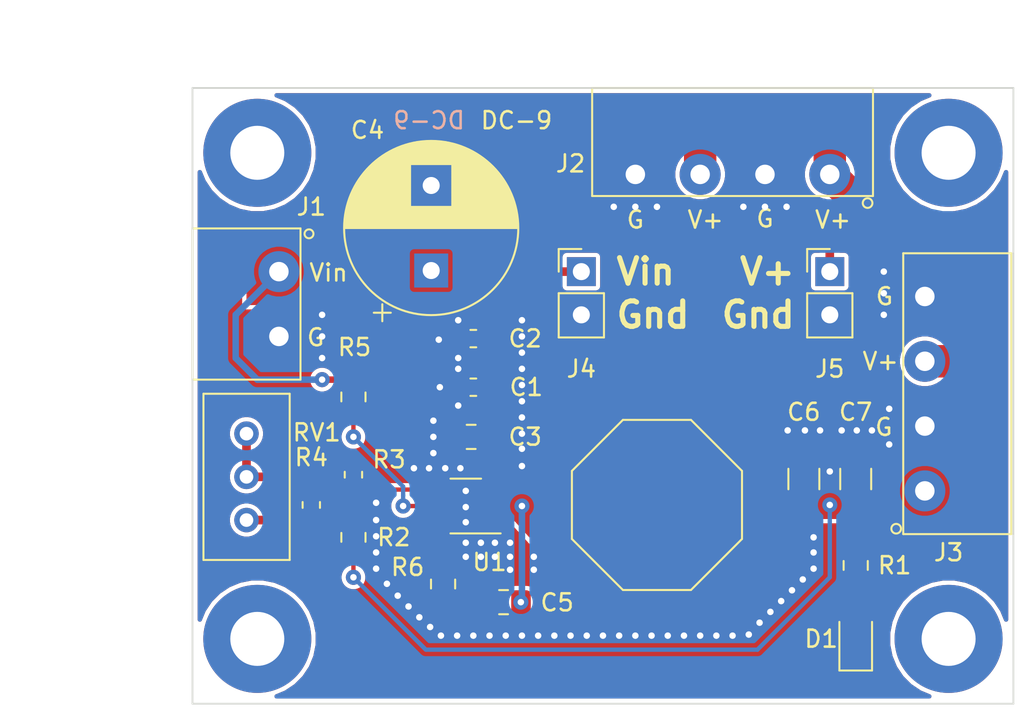
<source format=kicad_pcb>
(kicad_pcb (version 20171130) (host pcbnew "(5.1.4)-1")

  (general
    (thickness 1.6)
    (drawings 21)
    (tracks 183)
    (zones 0)
    (modules 26)
    (nets 11)
  )

  (page A4)
  (layers
    (0 F.Cu signal)
    (31 B.Cu signal)
    (32 B.Adhes user)
    (33 F.Adhes user)
    (34 B.Paste user)
    (35 F.Paste user)
    (36 B.SilkS user)
    (37 F.SilkS user)
    (38 B.Mask user)
    (39 F.Mask user)
    (40 Dwgs.User user)
    (41 Cmts.User user)
    (42 Eco1.User user)
    (43 Eco2.User user)
    (44 Edge.Cuts user)
    (45 Margin user)
    (46 B.CrtYd user hide)
    (47 F.CrtYd user)
    (48 B.Fab user hide)
    (49 F.Fab user hide)
  )

  (setup
    (last_trace_width 0.381)
    (user_trace_width 0.254)
    (user_trace_width 0.381)
    (user_trace_width 0.508)
    (user_trace_width 0.635)
    (user_trace_width 1.905)
    (trace_clearance 0.2)
    (zone_clearance 0.254)
    (zone_45_only yes)
    (trace_min 0.2)
    (via_size 0.8)
    (via_drill 0.4)
    (via_min_size 0.4)
    (via_min_drill 0.3)
    (user_via 0.4064 0.381)
    (user_via 0.889 0.381)
    (uvia_size 0.3)
    (uvia_drill 0.1)
    (uvias_allowed no)
    (uvia_min_size 0.2)
    (uvia_min_drill 0.1)
    (edge_width 0.1)
    (segment_width 0.2)
    (pcb_text_width 0.3)
    (pcb_text_size 1.5 1.5)
    (mod_edge_width 0.15)
    (mod_text_size 1 1)
    (mod_text_width 0.15)
    (pad_size 6.35 6.35)
    (pad_drill 3.175)
    (pad_to_mask_clearance 0)
    (aux_axis_origin 0 0)
    (visible_elements 7FFFF7FF)
    (pcbplotparams
      (layerselection 0x010f0_ffffffff)
      (usegerberextensions false)
      (usegerberattributes false)
      (usegerberadvancedattributes false)
      (creategerberjobfile false)
      (excludeedgelayer true)
      (linewidth 0.100000)
      (plotframeref false)
      (viasonmask false)
      (mode 1)
      (useauxorigin false)
      (hpglpennumber 1)
      (hpglpenspeed 20)
      (hpglpendiameter 15.000000)
      (psnegative false)
      (psa4output false)
      (plotreference true)
      (plotvalue true)
      (plotinvisibletext false)
      (padsonsilk false)
      (subtractmaskfromsilk false)
      (outputformat 1)
      (mirror false)
      (drillshape 0)
      (scaleselection 1)
      (outputdirectory "./"))
  )

  (net 0 "")
  (net 1 GND)
  (net 2 /Vin)
  (net 3 /SW)
  (net 4 /VOut)
  (net 5 /VBst)
  (net 6 /VfbR)
  (net 7 /Vfb)
  (net 8 /LEDR)
  (net 9 /En)
  (net 10 /VBstR)

  (net_class Default "This is the default net class."
    (clearance 0.2)
    (trace_width 0.25)
    (via_dia 0.8)
    (via_drill 0.4)
    (uvia_dia 0.3)
    (uvia_drill 0.1)
    (add_net /En)
    (add_net /LEDR)
    (add_net /SW)
    (add_net /VBst)
    (add_net /VBstR)
    (add_net /VOut)
    (add_net /Vfb)
    (add_net /VfbR)
    (add_net /Vin)
    (add_net GND)
  )

  (module Resistor_SMD:R_0805_2012Metric_Pad1.15x1.40mm_HandSolder (layer F.Cu) (tedit 5B36C52B) (tstamp 5D6FD388)
    (at 14.732 -7.0358 90)
    (descr "Resistor SMD 0805 (2012 Metric), square (rectangular) end terminal, IPC_7351 nominal with elongated pad for handsoldering. (Body size source: https://docs.google.com/spreadsheets/d/1BsfQQcO9C6DZCsRaXUlFlo91Tg2WpOkGARC1WS5S8t0/edit?usp=sharing), generated with kicad-footprint-generator")
    (tags "resistor handsolder")
    (path /5D6FA3D4)
    (attr smd)
    (fp_text reference R6 (at 0.9906 -2.0828 180) (layer F.SilkS)
      (effects (font (size 1 1) (thickness 0.15)))
    )
    (fp_text value R (at 0 1.65 90) (layer F.Fab)
      (effects (font (size 1 1) (thickness 0.15)))
    )
    (fp_text user %R (at 0 0 90) (layer F.Fab)
      (effects (font (size 0.5 0.5) (thickness 0.08)))
    )
    (fp_line (start 1.85 0.95) (end -1.85 0.95) (layer F.CrtYd) (width 0.05))
    (fp_line (start 1.85 -0.95) (end 1.85 0.95) (layer F.CrtYd) (width 0.05))
    (fp_line (start -1.85 -0.95) (end 1.85 -0.95) (layer F.CrtYd) (width 0.05))
    (fp_line (start -1.85 0.95) (end -1.85 -0.95) (layer F.CrtYd) (width 0.05))
    (fp_line (start -0.261252 0.71) (end 0.261252 0.71) (layer F.SilkS) (width 0.12))
    (fp_line (start -0.261252 -0.71) (end 0.261252 -0.71) (layer F.SilkS) (width 0.12))
    (fp_line (start 1 0.6) (end -1 0.6) (layer F.Fab) (width 0.1))
    (fp_line (start 1 -0.6) (end 1 0.6) (layer F.Fab) (width 0.1))
    (fp_line (start -1 -0.6) (end 1 -0.6) (layer F.Fab) (width 0.1))
    (fp_line (start -1 0.6) (end -1 -0.6) (layer F.Fab) (width 0.1))
    (pad 2 smd roundrect (at 1.025 0 90) (size 1.15 1.4) (layers F.Cu F.Paste F.Mask) (roundrect_rratio 0.217391)
      (net 5 /VBst))
    (pad 1 smd roundrect (at -1.025 0 90) (size 1.15 1.4) (layers F.Cu F.Paste F.Mask) (roundrect_rratio 0.217391)
      (net 10 /VBstR))
    (model ${KISYS3DMOD}/Resistor_SMD.3dshapes/R_0805_2012Metric.wrl
      (at (xyz 0 0 0))
      (scale (xyz 1 1 1))
      (rotate (xyz 0 0 0))
    )
  )

  (module AMiscParts:SRU1038 (layer F.Cu) (tedit 5D595D2B) (tstamp 5D59A2B6)
    (at 27.305 -11.684)
    (path /5D581ED6)
    (fp_text reference L1 (at 0 0.5) (layer F.Fab)
      (effects (font (size 1 1) (thickness 0.15)))
    )
    (fp_text value 10uh (at 0 -1.5) (layer F.Fab)
      (effects (font (size 1 1) (thickness 0.15)))
    )
    (fp_line (start -5 -2) (end -2 -5) (layer F.SilkS) (width 0.12))
    (fp_line (start -2 -5) (end 2 -5) (layer F.SilkS) (width 0.12))
    (fp_line (start 2 -5) (end 5 -2) (layer F.SilkS) (width 0.12))
    (fp_line (start 5 -2) (end 5 2) (layer F.SilkS) (width 0.12))
    (fp_line (start 5 2) (end 2 5) (layer F.SilkS) (width 0.12))
    (fp_line (start 2 5) (end -2 5) (layer F.SilkS) (width 0.12))
    (fp_line (start -2 5) (end -5 2) (layer F.SilkS) (width 0.12))
    (fp_line (start -5 2) (end -5 -2) (layer F.SilkS) (width 0.12))
    (pad 1 smd rect (at -4.75 0) (size 2.3 4) (layers F.Cu F.Paste F.Mask)
      (net 3 /SW))
    (pad 2 smd rect (at 4.75 0) (size 2.3 4) (layers F.Cu F.Paste F.Mask)
      (net 4 /VOut))
  )

  (module "AMiscParts:4 Pin 3.81mm" (layer F.Cu) (tedit 5D595DD3) (tstamp 5D59A2D4)
    (at 43.053 -18.2245 90)
    (path /5D5B3FAE)
    (fp_text reference J3 (at -9.3345 1.397 180) (layer F.SilkS)
      (effects (font (size 1 1) (thickness 0.15)))
    )
    (fp_text value Conn_01x04 (at 0 2.159 90) (layer F.Fab)
      (effects (font (size 1 1) (thickness 0.15)))
    )
    (fp_circle (center -7.9375 -1.68452) (end -7.8105 -1.43052) (layer F.SilkS) (width 0.12))
    (fp_line (start -8.255 -1.27) (end 8.255 -1.27) (layer F.SilkS) (width 0.12))
    (fp_line (start 8.255 -1.27) (end 8.255 5.08) (layer F.SilkS) (width 0.12))
    (fp_line (start 8.255 5.08) (end -8.255 5.08) (layer F.SilkS) (width 0.12))
    (fp_line (start -8.255 5.08) (end -8.255 -1.27) (layer F.SilkS) (width 0.12))
    (pad 1 thru_hole circle (at -5.715 0 90) (size 2.413 2.413) (drill 1.143) (layers *.Cu *.Mask)
      (net 4 /VOut))
    (pad 2 thru_hole circle (at -1.905 0 90) (size 2.413 2.413) (drill 1.143) (layers *.Cu *.Mask)
      (net 1 GND))
    (pad 3 thru_hole circle (at 1.905 0 90) (size 2.413 2.413) (drill 1.143) (layers *.Cu *.Mask)
      (net 4 /VOut))
    (pad 4 thru_hole circle (at 5.715 0 90) (size 2.413 2.413) (drill 1.143) (layers *.Cu *.Mask)
      (net 1 GND))
  )

  (module "AMiscParts:4 Pin 3.81mm" (layer F.Cu) (tedit 5D595DD3) (tstamp 5D59A2F8)
    (at 31.75 -31.115 180)
    (path /5D5B34D6)
    (fp_text reference J2 (at 9.525 0.635) (layer F.SilkS)
      (effects (font (size 1 1) (thickness 0.15)))
    )
    (fp_text value Conn_01x04 (at 0 2.159) (layer F.Fab)
      (effects (font (size 1 1) (thickness 0.15)))
    )
    (fp_circle (center -7.9375 -1.68452) (end -7.8105 -1.43052) (layer F.SilkS) (width 0.12))
    (fp_line (start -8.255 -1.27) (end 8.255 -1.27) (layer F.SilkS) (width 0.12))
    (fp_line (start 8.255 -1.27) (end 8.255 5.08) (layer F.SilkS) (width 0.12))
    (fp_line (start 8.255 5.08) (end -8.255 5.08) (layer F.SilkS) (width 0.12))
    (fp_line (start -8.255 5.08) (end -8.255 -1.27) (layer F.SilkS) (width 0.12))
    (pad 1 thru_hole circle (at -5.715 0 180) (size 2.413 2.413) (drill 1.143) (layers *.Cu *.Mask)
      (net 4 /VOut))
    (pad 2 thru_hole circle (at -1.905 0 180) (size 2.413 2.413) (drill 1.143) (layers *.Cu *.Mask)
      (net 1 GND))
    (pad 3 thru_hole circle (at 1.905 0 180) (size 2.413 2.413) (drill 1.143) (layers *.Cu *.Mask)
      (net 4 /VOut))
    (pad 4 thru_hole circle (at 5.715 0 180) (size 2.413 2.413) (drill 1.143) (layers *.Cu *.Mask)
      (net 1 GND))
  )

  (module "AMiscParts:2 Pin 3.81mm" (layer F.Cu) (tedit 5D595D92) (tstamp 5D58673C)
    (at 5.08 -23.495 270)
    (path /5D5D352A)
    (fp_text reference J1 (at -5.715 -1.905 180) (layer F.SilkS)
      (effects (font (size 1 1) (thickness 0.15)))
    )
    (fp_text value Conn_01x02 (at 0 2.286 90) (layer F.Fab)
      (effects (font (size 1 1) (thickness 0.15)))
    )
    (fp_circle (center -4.1275 -1.770183) (end -4.064 -1.516183) (layer F.SilkS) (width 0.12))
    (fp_line (start -4.445 -1.27) (end -4.445 5.08) (layer F.SilkS) (width 0.12))
    (fp_line (start -4.445 5.08) (end 4.445 5.08) (layer F.SilkS) (width 0.12))
    (fp_line (start 4.445 5.08) (end 4.445 -1.27) (layer F.SilkS) (width 0.12))
    (fp_line (start -4.445 -1.27) (end 4.445 -1.27) (layer F.SilkS) (width 0.12))
    (pad 1 thru_hole circle (at -1.905 0 270) (size 2.413 2.413) (drill 1.143) (layers *.Cu *.Mask)
      (net 2 /Vin))
    (pad 2 thru_hole circle (at 1.905 0 270) (size 2.413 2.413) (drill 1.143) (layers *.Cu *.Mask)
      (net 1 GND))
  )

  (module Capacitor_SMD:C_1206_3216Metric_Pad1.42x1.75mm_HandSolder (layer F.Cu) (tedit 5B301BBE) (tstamp 5D59A3DD)
    (at 38.989 -13.208 90)
    (descr "Capacitor SMD 1206 (3216 Metric), square (rectangular) end terminal, IPC_7351 nominal with elongated pad for handsoldering. (Body size source: http://www.tortai-tech.com/upload/download/2011102023233369053.pdf), generated with kicad-footprint-generator")
    (tags "capacitor handsolder")
    (path /5D5A5513)
    (attr smd)
    (fp_text reference C7 (at 3.937 0 180) (layer F.SilkS)
      (effects (font (size 1 1) (thickness 0.15)))
    )
    (fp_text value 22uf (at 0 1.82 90) (layer F.Fab)
      (effects (font (size 1 1) (thickness 0.15)))
    )
    (fp_text user %R (at 0 0 90) (layer F.Fab)
      (effects (font (size 0.8 0.8) (thickness 0.12)))
    )
    (fp_line (start 2.45 1.12) (end -2.45 1.12) (layer F.CrtYd) (width 0.05))
    (fp_line (start 2.45 -1.12) (end 2.45 1.12) (layer F.CrtYd) (width 0.05))
    (fp_line (start -2.45 -1.12) (end 2.45 -1.12) (layer F.CrtYd) (width 0.05))
    (fp_line (start -2.45 1.12) (end -2.45 -1.12) (layer F.CrtYd) (width 0.05))
    (fp_line (start -0.602064 0.91) (end 0.602064 0.91) (layer F.SilkS) (width 0.12))
    (fp_line (start -0.602064 -0.91) (end 0.602064 -0.91) (layer F.SilkS) (width 0.12))
    (fp_line (start 1.6 0.8) (end -1.6 0.8) (layer F.Fab) (width 0.1))
    (fp_line (start 1.6 -0.8) (end 1.6 0.8) (layer F.Fab) (width 0.1))
    (fp_line (start -1.6 -0.8) (end 1.6 -0.8) (layer F.Fab) (width 0.1))
    (fp_line (start -1.6 0.8) (end -1.6 -0.8) (layer F.Fab) (width 0.1))
    (pad 2 smd roundrect (at 1.4875 0 90) (size 1.425 1.75) (layers F.Cu F.Paste F.Mask) (roundrect_rratio 0.175439)
      (net 1 GND))
    (pad 1 smd roundrect (at -1.4875 0 90) (size 1.425 1.75) (layers F.Cu F.Paste F.Mask) (roundrect_rratio 0.175439)
      (net 4 /VOut))
    (model ${KISYS3DMOD}/Capacitor_SMD.3dshapes/C_1206_3216Metric.wrl
      (at (xyz 0 0 0))
      (scale (xyz 1 1 1))
      (rotate (xyz 0 0 0))
    )
  )

  (module Capacitor_SMD:C_1206_3216Metric_Pad1.42x1.75mm_HandSolder (layer F.Cu) (tedit 5B301BBE) (tstamp 5D59A33E)
    (at 35.941 -13.208 90)
    (descr "Capacitor SMD 1206 (3216 Metric), square (rectangular) end terminal, IPC_7351 nominal with elongated pad for handsoldering. (Body size source: http://www.tortai-tech.com/upload/download/2011102023233369053.pdf), generated with kicad-footprint-generator")
    (tags "capacitor handsolder")
    (path /5D5A49FE)
    (attr smd)
    (fp_text reference C6 (at 3.937 0 180) (layer F.SilkS)
      (effects (font (size 1 1) (thickness 0.15)))
    )
    (fp_text value 22uf (at 0 1.82 90) (layer F.Fab)
      (effects (font (size 1 1) (thickness 0.15)))
    )
    (fp_text user %R (at 0 0 90) (layer F.Fab)
      (effects (font (size 0.8 0.8) (thickness 0.12)))
    )
    (fp_line (start 2.45 1.12) (end -2.45 1.12) (layer F.CrtYd) (width 0.05))
    (fp_line (start 2.45 -1.12) (end 2.45 1.12) (layer F.CrtYd) (width 0.05))
    (fp_line (start -2.45 -1.12) (end 2.45 -1.12) (layer F.CrtYd) (width 0.05))
    (fp_line (start -2.45 1.12) (end -2.45 -1.12) (layer F.CrtYd) (width 0.05))
    (fp_line (start -0.602064 0.91) (end 0.602064 0.91) (layer F.SilkS) (width 0.12))
    (fp_line (start -0.602064 -0.91) (end 0.602064 -0.91) (layer F.SilkS) (width 0.12))
    (fp_line (start 1.6 0.8) (end -1.6 0.8) (layer F.Fab) (width 0.1))
    (fp_line (start 1.6 -0.8) (end 1.6 0.8) (layer F.Fab) (width 0.1))
    (fp_line (start -1.6 -0.8) (end 1.6 -0.8) (layer F.Fab) (width 0.1))
    (fp_line (start -1.6 0.8) (end -1.6 -0.8) (layer F.Fab) (width 0.1))
    (pad 2 smd roundrect (at 1.4875 0 90) (size 1.425 1.75) (layers F.Cu F.Paste F.Mask) (roundrect_rratio 0.175439)
      (net 1 GND))
    (pad 1 smd roundrect (at -1.4875 0 90) (size 1.425 1.75) (layers F.Cu F.Paste F.Mask) (roundrect_rratio 0.175439)
      (net 4 /VOut))
    (model ${KISYS3DMOD}/Capacitor_SMD.3dshapes/C_1206_3216Metric.wrl
      (at (xyz 0 0 0))
      (scale (xyz 1 1 1))
      (rotate (xyz 0 0 0))
    )
  )

  (module Resistor_SMD:R_0805_2012Metric_Pad1.15x1.40mm_HandSolder (layer F.Cu) (tedit 5B36C52B) (tstamp 5D6DBDC7)
    (at 9.4615 -18.034 270)
    (descr "Resistor SMD 0805 (2012 Metric), square (rectangular) end terminal, IPC_7351 nominal with elongated pad for handsoldering. (Body size source: https://docs.google.com/spreadsheets/d/1BsfQQcO9C6DZCsRaXUlFlo91Tg2WpOkGARC1WS5S8t0/edit?usp=sharing), generated with kicad-footprint-generator")
    (tags "resistor handsolder")
    (path /5D6DC663)
    (attr smd)
    (fp_text reference R5 (at -2.921 -0.0635 180) (layer F.SilkS)
      (effects (font (size 1 1) (thickness 0.15)))
    )
    (fp_text value 10k (at 0 1.65 90) (layer F.Fab)
      (effects (font (size 1 1) (thickness 0.15)))
    )
    (fp_text user %R (at 0 0 90) (layer F.Fab)
      (effects (font (size 0.5 0.5) (thickness 0.08)))
    )
    (fp_line (start 1.85 0.95) (end -1.85 0.95) (layer F.CrtYd) (width 0.05))
    (fp_line (start 1.85 -0.95) (end 1.85 0.95) (layer F.CrtYd) (width 0.05))
    (fp_line (start -1.85 -0.95) (end 1.85 -0.95) (layer F.CrtYd) (width 0.05))
    (fp_line (start -1.85 0.95) (end -1.85 -0.95) (layer F.CrtYd) (width 0.05))
    (fp_line (start -0.261252 0.71) (end 0.261252 0.71) (layer F.SilkS) (width 0.12))
    (fp_line (start -0.261252 -0.71) (end 0.261252 -0.71) (layer F.SilkS) (width 0.12))
    (fp_line (start 1 0.6) (end -1 0.6) (layer F.Fab) (width 0.1))
    (fp_line (start 1 -0.6) (end 1 0.6) (layer F.Fab) (width 0.1))
    (fp_line (start -1 -0.6) (end 1 -0.6) (layer F.Fab) (width 0.1))
    (fp_line (start -1 0.6) (end -1 -0.6) (layer F.Fab) (width 0.1))
    (pad 2 smd roundrect (at 1.025 0 270) (size 1.15 1.4) (layers F.Cu F.Paste F.Mask) (roundrect_rratio 0.217391)
      (net 9 /En))
    (pad 1 smd roundrect (at -1.025 0 270) (size 1.15 1.4) (layers F.Cu F.Paste F.Mask) (roundrect_rratio 0.217391)
      (net 2 /Vin))
    (model ${KISYS3DMOD}/Resistor_SMD.3dshapes/R_0805_2012Metric.wrl
      (at (xyz 0 0 0))
      (scale (xyz 1 1 1))
      (rotate (xyz 0 0 0))
    )
  )

  (module "user:MountingHole _1-8_1-4" (layer F.Cu) (tedit 5D58641F) (tstamp 5D59A326)
    (at 44.45 -3.81)
    (fp_text reference REF** (at 0 0.5) (layer F.Fab)
      (effects (font (size 1 1) (thickness 0.15)))
    )
    (fp_text value "MountingHole _1-8_1-4" (at 0 -0.5) (layer F.Fab)
      (effects (font (size 1 1) (thickness 0.15)))
    )
    (pad "" np_thru_hole circle (at 0 0) (size 6.35 6.35) (drill 3.175) (layers *.Cu *.Mask))
  )

  (module "user:MountingHole _1-8_1-4" (layer F.Cu) (tedit 5D58641F) (tstamp 5D59A31A)
    (at 44.45 -32.385)
    (fp_text reference REF** (at 0 0.5) (layer F.Fab)
      (effects (font (size 1 1) (thickness 0.15)))
    )
    (fp_text value "MountingHole _1-8_1-4" (at 0 -0.5) (layer F.Fab)
      (effects (font (size 1 1) (thickness 0.15)))
    )
    (pad "" np_thru_hole circle (at 0 0) (size 6.35 6.35) (drill 3.175) (layers *.Cu *.Mask))
  )

  (module "user:MountingHole _1-8_1-4" (layer F.Cu) (tedit 5D58641F) (tstamp 5D58B8D5)
    (at 3.81 -32.385)
    (fp_text reference REF** (at 0 0.5) (layer F.Fab)
      (effects (font (size 1 1) (thickness 0.15)))
    )
    (fp_text value "MountingHole _1-8_1-4" (at 0 -0.5) (layer F.Fab)
      (effects (font (size 1 1) (thickness 0.15)))
    )
    (pad "" np_thru_hole circle (at 0 0) (size 6.35 6.35) (drill 3.175) (layers *.Cu *.Mask))
  )

  (module "user:MountingHole _1-8_1-4" (layer F.Cu) (tedit 5D58641F) (tstamp 5D58B8C4)
    (at 3.81 -3.81)
    (fp_text reference REF** (at 0 0.5) (layer F.Fab)
      (effects (font (size 1 1) (thickness 0.15)))
    )
    (fp_text value "MountingHole _1-8_1-4" (at 0 -0.5) (layer F.Fab)
      (effects (font (size 1 1) (thickness 0.15)))
    )
    (pad "" np_thru_hole circle (at 0 0) (size 6.35 6.35) (drill 3.175) (layers *.Cu *.Mask))
  )

  (module Capacitor_SMD:C_0603_1608Metric_Pad1.05x0.95mm_HandSolder (layer F.Cu) (tedit 5B301BBE) (tstamp 5D586B21)
    (at 16.51 -18.6055 180)
    (descr "Capacitor SMD 0603 (1608 Metric), square (rectangular) end terminal, IPC_7351 nominal with elongated pad for handsoldering. (Body size source: http://www.tortai-tech.com/upload/download/2011102023233369053.pdf), generated with kicad-footprint-generator")
    (tags "capacitor handsolder")
    (path /5D57C835)
    (attr smd)
    (fp_text reference C1 (at -3.1115 0) (layer F.SilkS)
      (effects (font (size 1 1) (thickness 0.15)))
    )
    (fp_text value 10uf (at 0 1.43) (layer F.Fab)
      (effects (font (size 1 1) (thickness 0.15)))
    )
    (fp_text user %R (at 0 0) (layer F.Fab)
      (effects (font (size 0.4 0.4) (thickness 0.06)))
    )
    (fp_line (start 1.65 0.73) (end -1.65 0.73) (layer F.CrtYd) (width 0.05))
    (fp_line (start 1.65 -0.73) (end 1.65 0.73) (layer F.CrtYd) (width 0.05))
    (fp_line (start -1.65 -0.73) (end 1.65 -0.73) (layer F.CrtYd) (width 0.05))
    (fp_line (start -1.65 0.73) (end -1.65 -0.73) (layer F.CrtYd) (width 0.05))
    (fp_line (start -0.171267 0.51) (end 0.171267 0.51) (layer F.SilkS) (width 0.12))
    (fp_line (start -0.171267 -0.51) (end 0.171267 -0.51) (layer F.SilkS) (width 0.12))
    (fp_line (start 0.8 0.4) (end -0.8 0.4) (layer F.Fab) (width 0.1))
    (fp_line (start 0.8 -0.4) (end 0.8 0.4) (layer F.Fab) (width 0.1))
    (fp_line (start -0.8 -0.4) (end 0.8 -0.4) (layer F.Fab) (width 0.1))
    (fp_line (start -0.8 0.4) (end -0.8 -0.4) (layer F.Fab) (width 0.1))
    (pad 2 smd roundrect (at 0.875 0 180) (size 1.05 0.95) (layers F.Cu F.Paste F.Mask) (roundrect_rratio 0.25)
      (net 1 GND))
    (pad 1 smd roundrect (at -0.875 0 180) (size 1.05 0.95) (layers F.Cu F.Paste F.Mask) (roundrect_rratio 0.25)
      (net 2 /Vin))
    (model ${KISYS3DMOD}/Capacitor_SMD.3dshapes/C_0603_1608Metric.wrl
      (at (xyz 0 0 0))
      (scale (xyz 1 1 1))
      (rotate (xyz 0 0 0))
    )
  )

  (module Capacitor_SMD:C_0603_1608Metric_Pad1.05x0.95mm_HandSolder (layer F.Cu) (tedit 5B301BBE) (tstamp 5D586AF1)
    (at 16.51 -21.463 180)
    (descr "Capacitor SMD 0603 (1608 Metric), square (rectangular) end terminal, IPC_7351 nominal with elongated pad for handsoldering. (Body size source: http://www.tortai-tech.com/upload/download/2011102023233369053.pdf), generated with kicad-footprint-generator")
    (tags "capacitor handsolder")
    (path /5D57CC4E)
    (attr smd)
    (fp_text reference C2 (at -3.048 0) (layer F.SilkS)
      (effects (font (size 1 1) (thickness 0.15)))
    )
    (fp_text value 10uf (at 0 1.43) (layer F.Fab)
      (effects (font (size 1 1) (thickness 0.15)))
    )
    (fp_text user %R (at 0 0) (layer F.Fab)
      (effects (font (size 0.4 0.4) (thickness 0.06)))
    )
    (fp_line (start 1.65 0.73) (end -1.65 0.73) (layer F.CrtYd) (width 0.05))
    (fp_line (start 1.65 -0.73) (end 1.65 0.73) (layer F.CrtYd) (width 0.05))
    (fp_line (start -1.65 -0.73) (end 1.65 -0.73) (layer F.CrtYd) (width 0.05))
    (fp_line (start -1.65 0.73) (end -1.65 -0.73) (layer F.CrtYd) (width 0.05))
    (fp_line (start -0.171267 0.51) (end 0.171267 0.51) (layer F.SilkS) (width 0.12))
    (fp_line (start -0.171267 -0.51) (end 0.171267 -0.51) (layer F.SilkS) (width 0.12))
    (fp_line (start 0.8 0.4) (end -0.8 0.4) (layer F.Fab) (width 0.1))
    (fp_line (start 0.8 -0.4) (end 0.8 0.4) (layer F.Fab) (width 0.1))
    (fp_line (start -0.8 -0.4) (end 0.8 -0.4) (layer F.Fab) (width 0.1))
    (fp_line (start -0.8 0.4) (end -0.8 -0.4) (layer F.Fab) (width 0.1))
    (pad 2 smd roundrect (at 0.875 0 180) (size 1.05 0.95) (layers F.Cu F.Paste F.Mask) (roundrect_rratio 0.25)
      (net 1 GND))
    (pad 1 smd roundrect (at -0.875 0 180) (size 1.05 0.95) (layers F.Cu F.Paste F.Mask) (roundrect_rratio 0.25)
      (net 2 /Vin))
    (model ${KISYS3DMOD}/Capacitor_SMD.3dshapes/C_0603_1608Metric.wrl
      (at (xyz 0 0 0))
      (scale (xyz 1 1 1))
      (rotate (xyz 0 0 0))
    )
  )

  (module Capacitor_SMD:C_0805_2012Metric_Pad1.15x1.40mm_HandSolder (layer F.Cu) (tedit 5B36C52B) (tstamp 5D58BF83)
    (at 16.383 -15.6845 180)
    (descr "Capacitor SMD 0805 (2012 Metric), square (rectangular) end terminal, IPC_7351 nominal with elongated pad for handsoldering. (Body size source: https://docs.google.com/spreadsheets/d/1BsfQQcO9C6DZCsRaXUlFlo91Tg2WpOkGARC1WS5S8t0/edit?usp=sharing), generated with kicad-footprint-generator")
    (tags "capacitor handsolder")
    (path /5D58977D)
    (attr smd)
    (fp_text reference C3 (at -3.175 0) (layer F.SilkS)
      (effects (font (size 1 1) (thickness 0.15)))
    )
    (fp_text value .1uf (at 0 1.65) (layer F.Fab)
      (effects (font (size 1 1) (thickness 0.15)))
    )
    (fp_text user %R (at 0 0) (layer F.Fab)
      (effects (font (size 0.5 0.5) (thickness 0.08)))
    )
    (fp_line (start 1.85 0.95) (end -1.85 0.95) (layer F.CrtYd) (width 0.05))
    (fp_line (start 1.85 -0.95) (end 1.85 0.95) (layer F.CrtYd) (width 0.05))
    (fp_line (start -1.85 -0.95) (end 1.85 -0.95) (layer F.CrtYd) (width 0.05))
    (fp_line (start -1.85 0.95) (end -1.85 -0.95) (layer F.CrtYd) (width 0.05))
    (fp_line (start -0.261252 0.71) (end 0.261252 0.71) (layer F.SilkS) (width 0.12))
    (fp_line (start -0.261252 -0.71) (end 0.261252 -0.71) (layer F.SilkS) (width 0.12))
    (fp_line (start 1 0.6) (end -1 0.6) (layer F.Fab) (width 0.1))
    (fp_line (start 1 -0.6) (end 1 0.6) (layer F.Fab) (width 0.1))
    (fp_line (start -1 -0.6) (end 1 -0.6) (layer F.Fab) (width 0.1))
    (fp_line (start -1 0.6) (end -1 -0.6) (layer F.Fab) (width 0.1))
    (pad 2 smd roundrect (at 1.025 0 180) (size 1.15 1.4) (layers F.Cu F.Paste F.Mask) (roundrect_rratio 0.217391)
      (net 1 GND))
    (pad 1 smd roundrect (at -1.025 0 180) (size 1.15 1.4) (layers F.Cu F.Paste F.Mask) (roundrect_rratio 0.217391)
      (net 2 /Vin))
    (model ${KISYS3DMOD}/Capacitor_SMD.3dshapes/C_0805_2012Metric.wrl
      (at (xyz 0 0 0))
      (scale (xyz 1 1 1))
      (rotate (xyz 0 0 0))
    )
  )

  (module Capacitor_THT:CP_Radial_D10.0mm_P5.00mm (layer F.Cu) (tedit 5AE50EF1) (tstamp 5D58BD7A)
    (at 14.0335 -25.4635 90)
    (descr "CP, Radial series, Radial, pin pitch=5.00mm, , diameter=10mm, Electrolytic Capacitor")
    (tags "CP Radial series Radial pin pitch 5.00mm  diameter 10mm Electrolytic Capacitor")
    (path /5D595051)
    (fp_text reference C4 (at 8.255 -3.7465 180) (layer F.SilkS)
      (effects (font (size 1 1) (thickness 0.15)))
    )
    (fp_text value CP (at 2.5 6.25 90) (layer F.Fab)
      (effects (font (size 1 1) (thickness 0.15)))
    )
    (fp_text user %R (at 2.5 0 90) (layer F.Fab)
      (effects (font (size 1 1) (thickness 0.15)))
    )
    (fp_line (start -2.479646 -3.375) (end -2.479646 -2.375) (layer F.SilkS) (width 0.12))
    (fp_line (start -2.979646 -2.875) (end -1.979646 -2.875) (layer F.SilkS) (width 0.12))
    (fp_line (start 7.581 -0.599) (end 7.581 0.599) (layer F.SilkS) (width 0.12))
    (fp_line (start 7.541 -0.862) (end 7.541 0.862) (layer F.SilkS) (width 0.12))
    (fp_line (start 7.501 -1.062) (end 7.501 1.062) (layer F.SilkS) (width 0.12))
    (fp_line (start 7.461 -1.23) (end 7.461 1.23) (layer F.SilkS) (width 0.12))
    (fp_line (start 7.421 -1.378) (end 7.421 1.378) (layer F.SilkS) (width 0.12))
    (fp_line (start 7.381 -1.51) (end 7.381 1.51) (layer F.SilkS) (width 0.12))
    (fp_line (start 7.341 -1.63) (end 7.341 1.63) (layer F.SilkS) (width 0.12))
    (fp_line (start 7.301 -1.742) (end 7.301 1.742) (layer F.SilkS) (width 0.12))
    (fp_line (start 7.261 -1.846) (end 7.261 1.846) (layer F.SilkS) (width 0.12))
    (fp_line (start 7.221 -1.944) (end 7.221 1.944) (layer F.SilkS) (width 0.12))
    (fp_line (start 7.181 -2.037) (end 7.181 2.037) (layer F.SilkS) (width 0.12))
    (fp_line (start 7.141 -2.125) (end 7.141 2.125) (layer F.SilkS) (width 0.12))
    (fp_line (start 7.101 -2.209) (end 7.101 2.209) (layer F.SilkS) (width 0.12))
    (fp_line (start 7.061 -2.289) (end 7.061 2.289) (layer F.SilkS) (width 0.12))
    (fp_line (start 7.021 -2.365) (end 7.021 2.365) (layer F.SilkS) (width 0.12))
    (fp_line (start 6.981 -2.439) (end 6.981 2.439) (layer F.SilkS) (width 0.12))
    (fp_line (start 6.941 -2.51) (end 6.941 2.51) (layer F.SilkS) (width 0.12))
    (fp_line (start 6.901 -2.579) (end 6.901 2.579) (layer F.SilkS) (width 0.12))
    (fp_line (start 6.861 -2.645) (end 6.861 2.645) (layer F.SilkS) (width 0.12))
    (fp_line (start 6.821 -2.709) (end 6.821 2.709) (layer F.SilkS) (width 0.12))
    (fp_line (start 6.781 -2.77) (end 6.781 2.77) (layer F.SilkS) (width 0.12))
    (fp_line (start 6.741 -2.83) (end 6.741 2.83) (layer F.SilkS) (width 0.12))
    (fp_line (start 6.701 -2.889) (end 6.701 2.889) (layer F.SilkS) (width 0.12))
    (fp_line (start 6.661 -2.945) (end 6.661 2.945) (layer F.SilkS) (width 0.12))
    (fp_line (start 6.621 -3) (end 6.621 3) (layer F.SilkS) (width 0.12))
    (fp_line (start 6.581 -3.054) (end 6.581 3.054) (layer F.SilkS) (width 0.12))
    (fp_line (start 6.541 -3.106) (end 6.541 3.106) (layer F.SilkS) (width 0.12))
    (fp_line (start 6.501 -3.156) (end 6.501 3.156) (layer F.SilkS) (width 0.12))
    (fp_line (start 6.461 -3.206) (end 6.461 3.206) (layer F.SilkS) (width 0.12))
    (fp_line (start 6.421 -3.254) (end 6.421 3.254) (layer F.SilkS) (width 0.12))
    (fp_line (start 6.381 -3.301) (end 6.381 3.301) (layer F.SilkS) (width 0.12))
    (fp_line (start 6.341 -3.347) (end 6.341 3.347) (layer F.SilkS) (width 0.12))
    (fp_line (start 6.301 -3.392) (end 6.301 3.392) (layer F.SilkS) (width 0.12))
    (fp_line (start 6.261 -3.436) (end 6.261 3.436) (layer F.SilkS) (width 0.12))
    (fp_line (start 6.221 1.241) (end 6.221 3.478) (layer F.SilkS) (width 0.12))
    (fp_line (start 6.221 -3.478) (end 6.221 -1.241) (layer F.SilkS) (width 0.12))
    (fp_line (start 6.181 1.241) (end 6.181 3.52) (layer F.SilkS) (width 0.12))
    (fp_line (start 6.181 -3.52) (end 6.181 -1.241) (layer F.SilkS) (width 0.12))
    (fp_line (start 6.141 1.241) (end 6.141 3.561) (layer F.SilkS) (width 0.12))
    (fp_line (start 6.141 -3.561) (end 6.141 -1.241) (layer F.SilkS) (width 0.12))
    (fp_line (start 6.101 1.241) (end 6.101 3.601) (layer F.SilkS) (width 0.12))
    (fp_line (start 6.101 -3.601) (end 6.101 -1.241) (layer F.SilkS) (width 0.12))
    (fp_line (start 6.061 1.241) (end 6.061 3.64) (layer F.SilkS) (width 0.12))
    (fp_line (start 6.061 -3.64) (end 6.061 -1.241) (layer F.SilkS) (width 0.12))
    (fp_line (start 6.021 1.241) (end 6.021 3.679) (layer F.SilkS) (width 0.12))
    (fp_line (start 6.021 -3.679) (end 6.021 -1.241) (layer F.SilkS) (width 0.12))
    (fp_line (start 5.981 1.241) (end 5.981 3.716) (layer F.SilkS) (width 0.12))
    (fp_line (start 5.981 -3.716) (end 5.981 -1.241) (layer F.SilkS) (width 0.12))
    (fp_line (start 5.941 1.241) (end 5.941 3.753) (layer F.SilkS) (width 0.12))
    (fp_line (start 5.941 -3.753) (end 5.941 -1.241) (layer F.SilkS) (width 0.12))
    (fp_line (start 5.901 1.241) (end 5.901 3.789) (layer F.SilkS) (width 0.12))
    (fp_line (start 5.901 -3.789) (end 5.901 -1.241) (layer F.SilkS) (width 0.12))
    (fp_line (start 5.861 1.241) (end 5.861 3.824) (layer F.SilkS) (width 0.12))
    (fp_line (start 5.861 -3.824) (end 5.861 -1.241) (layer F.SilkS) (width 0.12))
    (fp_line (start 5.821 1.241) (end 5.821 3.858) (layer F.SilkS) (width 0.12))
    (fp_line (start 5.821 -3.858) (end 5.821 -1.241) (layer F.SilkS) (width 0.12))
    (fp_line (start 5.781 1.241) (end 5.781 3.892) (layer F.SilkS) (width 0.12))
    (fp_line (start 5.781 -3.892) (end 5.781 -1.241) (layer F.SilkS) (width 0.12))
    (fp_line (start 5.741 1.241) (end 5.741 3.925) (layer F.SilkS) (width 0.12))
    (fp_line (start 5.741 -3.925) (end 5.741 -1.241) (layer F.SilkS) (width 0.12))
    (fp_line (start 5.701 1.241) (end 5.701 3.957) (layer F.SilkS) (width 0.12))
    (fp_line (start 5.701 -3.957) (end 5.701 -1.241) (layer F.SilkS) (width 0.12))
    (fp_line (start 5.661 1.241) (end 5.661 3.989) (layer F.SilkS) (width 0.12))
    (fp_line (start 5.661 -3.989) (end 5.661 -1.241) (layer F.SilkS) (width 0.12))
    (fp_line (start 5.621 1.241) (end 5.621 4.02) (layer F.SilkS) (width 0.12))
    (fp_line (start 5.621 -4.02) (end 5.621 -1.241) (layer F.SilkS) (width 0.12))
    (fp_line (start 5.581 1.241) (end 5.581 4.05) (layer F.SilkS) (width 0.12))
    (fp_line (start 5.581 -4.05) (end 5.581 -1.241) (layer F.SilkS) (width 0.12))
    (fp_line (start 5.541 1.241) (end 5.541 4.08) (layer F.SilkS) (width 0.12))
    (fp_line (start 5.541 -4.08) (end 5.541 -1.241) (layer F.SilkS) (width 0.12))
    (fp_line (start 5.501 1.241) (end 5.501 4.11) (layer F.SilkS) (width 0.12))
    (fp_line (start 5.501 -4.11) (end 5.501 -1.241) (layer F.SilkS) (width 0.12))
    (fp_line (start 5.461 1.241) (end 5.461 4.138) (layer F.SilkS) (width 0.12))
    (fp_line (start 5.461 -4.138) (end 5.461 -1.241) (layer F.SilkS) (width 0.12))
    (fp_line (start 5.421 1.241) (end 5.421 4.166) (layer F.SilkS) (width 0.12))
    (fp_line (start 5.421 -4.166) (end 5.421 -1.241) (layer F.SilkS) (width 0.12))
    (fp_line (start 5.381 1.241) (end 5.381 4.194) (layer F.SilkS) (width 0.12))
    (fp_line (start 5.381 -4.194) (end 5.381 -1.241) (layer F.SilkS) (width 0.12))
    (fp_line (start 5.341 1.241) (end 5.341 4.221) (layer F.SilkS) (width 0.12))
    (fp_line (start 5.341 -4.221) (end 5.341 -1.241) (layer F.SilkS) (width 0.12))
    (fp_line (start 5.301 1.241) (end 5.301 4.247) (layer F.SilkS) (width 0.12))
    (fp_line (start 5.301 -4.247) (end 5.301 -1.241) (layer F.SilkS) (width 0.12))
    (fp_line (start 5.261 1.241) (end 5.261 4.273) (layer F.SilkS) (width 0.12))
    (fp_line (start 5.261 -4.273) (end 5.261 -1.241) (layer F.SilkS) (width 0.12))
    (fp_line (start 5.221 1.241) (end 5.221 4.298) (layer F.SilkS) (width 0.12))
    (fp_line (start 5.221 -4.298) (end 5.221 -1.241) (layer F.SilkS) (width 0.12))
    (fp_line (start 5.181 1.241) (end 5.181 4.323) (layer F.SilkS) (width 0.12))
    (fp_line (start 5.181 -4.323) (end 5.181 -1.241) (layer F.SilkS) (width 0.12))
    (fp_line (start 5.141 1.241) (end 5.141 4.347) (layer F.SilkS) (width 0.12))
    (fp_line (start 5.141 -4.347) (end 5.141 -1.241) (layer F.SilkS) (width 0.12))
    (fp_line (start 5.101 1.241) (end 5.101 4.371) (layer F.SilkS) (width 0.12))
    (fp_line (start 5.101 -4.371) (end 5.101 -1.241) (layer F.SilkS) (width 0.12))
    (fp_line (start 5.061 1.241) (end 5.061 4.395) (layer F.SilkS) (width 0.12))
    (fp_line (start 5.061 -4.395) (end 5.061 -1.241) (layer F.SilkS) (width 0.12))
    (fp_line (start 5.021 1.241) (end 5.021 4.417) (layer F.SilkS) (width 0.12))
    (fp_line (start 5.021 -4.417) (end 5.021 -1.241) (layer F.SilkS) (width 0.12))
    (fp_line (start 4.981 1.241) (end 4.981 4.44) (layer F.SilkS) (width 0.12))
    (fp_line (start 4.981 -4.44) (end 4.981 -1.241) (layer F.SilkS) (width 0.12))
    (fp_line (start 4.941 1.241) (end 4.941 4.462) (layer F.SilkS) (width 0.12))
    (fp_line (start 4.941 -4.462) (end 4.941 -1.241) (layer F.SilkS) (width 0.12))
    (fp_line (start 4.901 1.241) (end 4.901 4.483) (layer F.SilkS) (width 0.12))
    (fp_line (start 4.901 -4.483) (end 4.901 -1.241) (layer F.SilkS) (width 0.12))
    (fp_line (start 4.861 1.241) (end 4.861 4.504) (layer F.SilkS) (width 0.12))
    (fp_line (start 4.861 -4.504) (end 4.861 -1.241) (layer F.SilkS) (width 0.12))
    (fp_line (start 4.821 1.241) (end 4.821 4.525) (layer F.SilkS) (width 0.12))
    (fp_line (start 4.821 -4.525) (end 4.821 -1.241) (layer F.SilkS) (width 0.12))
    (fp_line (start 4.781 1.241) (end 4.781 4.545) (layer F.SilkS) (width 0.12))
    (fp_line (start 4.781 -4.545) (end 4.781 -1.241) (layer F.SilkS) (width 0.12))
    (fp_line (start 4.741 1.241) (end 4.741 4.564) (layer F.SilkS) (width 0.12))
    (fp_line (start 4.741 -4.564) (end 4.741 -1.241) (layer F.SilkS) (width 0.12))
    (fp_line (start 4.701 1.241) (end 4.701 4.584) (layer F.SilkS) (width 0.12))
    (fp_line (start 4.701 -4.584) (end 4.701 -1.241) (layer F.SilkS) (width 0.12))
    (fp_line (start 4.661 1.241) (end 4.661 4.603) (layer F.SilkS) (width 0.12))
    (fp_line (start 4.661 -4.603) (end 4.661 -1.241) (layer F.SilkS) (width 0.12))
    (fp_line (start 4.621 1.241) (end 4.621 4.621) (layer F.SilkS) (width 0.12))
    (fp_line (start 4.621 -4.621) (end 4.621 -1.241) (layer F.SilkS) (width 0.12))
    (fp_line (start 4.581 1.241) (end 4.581 4.639) (layer F.SilkS) (width 0.12))
    (fp_line (start 4.581 -4.639) (end 4.581 -1.241) (layer F.SilkS) (width 0.12))
    (fp_line (start 4.541 1.241) (end 4.541 4.657) (layer F.SilkS) (width 0.12))
    (fp_line (start 4.541 -4.657) (end 4.541 -1.241) (layer F.SilkS) (width 0.12))
    (fp_line (start 4.501 1.241) (end 4.501 4.674) (layer F.SilkS) (width 0.12))
    (fp_line (start 4.501 -4.674) (end 4.501 -1.241) (layer F.SilkS) (width 0.12))
    (fp_line (start 4.461 1.241) (end 4.461 4.69) (layer F.SilkS) (width 0.12))
    (fp_line (start 4.461 -4.69) (end 4.461 -1.241) (layer F.SilkS) (width 0.12))
    (fp_line (start 4.421 1.241) (end 4.421 4.707) (layer F.SilkS) (width 0.12))
    (fp_line (start 4.421 -4.707) (end 4.421 -1.241) (layer F.SilkS) (width 0.12))
    (fp_line (start 4.381 1.241) (end 4.381 4.723) (layer F.SilkS) (width 0.12))
    (fp_line (start 4.381 -4.723) (end 4.381 -1.241) (layer F.SilkS) (width 0.12))
    (fp_line (start 4.341 1.241) (end 4.341 4.738) (layer F.SilkS) (width 0.12))
    (fp_line (start 4.341 -4.738) (end 4.341 -1.241) (layer F.SilkS) (width 0.12))
    (fp_line (start 4.301 1.241) (end 4.301 4.754) (layer F.SilkS) (width 0.12))
    (fp_line (start 4.301 -4.754) (end 4.301 -1.241) (layer F.SilkS) (width 0.12))
    (fp_line (start 4.261 1.241) (end 4.261 4.768) (layer F.SilkS) (width 0.12))
    (fp_line (start 4.261 -4.768) (end 4.261 -1.241) (layer F.SilkS) (width 0.12))
    (fp_line (start 4.221 1.241) (end 4.221 4.783) (layer F.SilkS) (width 0.12))
    (fp_line (start 4.221 -4.783) (end 4.221 -1.241) (layer F.SilkS) (width 0.12))
    (fp_line (start 4.181 1.241) (end 4.181 4.797) (layer F.SilkS) (width 0.12))
    (fp_line (start 4.181 -4.797) (end 4.181 -1.241) (layer F.SilkS) (width 0.12))
    (fp_line (start 4.141 1.241) (end 4.141 4.811) (layer F.SilkS) (width 0.12))
    (fp_line (start 4.141 -4.811) (end 4.141 -1.241) (layer F.SilkS) (width 0.12))
    (fp_line (start 4.101 1.241) (end 4.101 4.824) (layer F.SilkS) (width 0.12))
    (fp_line (start 4.101 -4.824) (end 4.101 -1.241) (layer F.SilkS) (width 0.12))
    (fp_line (start 4.061 1.241) (end 4.061 4.837) (layer F.SilkS) (width 0.12))
    (fp_line (start 4.061 -4.837) (end 4.061 -1.241) (layer F.SilkS) (width 0.12))
    (fp_line (start 4.021 1.241) (end 4.021 4.85) (layer F.SilkS) (width 0.12))
    (fp_line (start 4.021 -4.85) (end 4.021 -1.241) (layer F.SilkS) (width 0.12))
    (fp_line (start 3.981 1.241) (end 3.981 4.862) (layer F.SilkS) (width 0.12))
    (fp_line (start 3.981 -4.862) (end 3.981 -1.241) (layer F.SilkS) (width 0.12))
    (fp_line (start 3.941 1.241) (end 3.941 4.874) (layer F.SilkS) (width 0.12))
    (fp_line (start 3.941 -4.874) (end 3.941 -1.241) (layer F.SilkS) (width 0.12))
    (fp_line (start 3.901 1.241) (end 3.901 4.885) (layer F.SilkS) (width 0.12))
    (fp_line (start 3.901 -4.885) (end 3.901 -1.241) (layer F.SilkS) (width 0.12))
    (fp_line (start 3.861 1.241) (end 3.861 4.897) (layer F.SilkS) (width 0.12))
    (fp_line (start 3.861 -4.897) (end 3.861 -1.241) (layer F.SilkS) (width 0.12))
    (fp_line (start 3.821 1.241) (end 3.821 4.907) (layer F.SilkS) (width 0.12))
    (fp_line (start 3.821 -4.907) (end 3.821 -1.241) (layer F.SilkS) (width 0.12))
    (fp_line (start 3.781 1.241) (end 3.781 4.918) (layer F.SilkS) (width 0.12))
    (fp_line (start 3.781 -4.918) (end 3.781 -1.241) (layer F.SilkS) (width 0.12))
    (fp_line (start 3.741 -4.928) (end 3.741 4.928) (layer F.SilkS) (width 0.12))
    (fp_line (start 3.701 -4.938) (end 3.701 4.938) (layer F.SilkS) (width 0.12))
    (fp_line (start 3.661 -4.947) (end 3.661 4.947) (layer F.SilkS) (width 0.12))
    (fp_line (start 3.621 -4.956) (end 3.621 4.956) (layer F.SilkS) (width 0.12))
    (fp_line (start 3.581 -4.965) (end 3.581 4.965) (layer F.SilkS) (width 0.12))
    (fp_line (start 3.541 -4.974) (end 3.541 4.974) (layer F.SilkS) (width 0.12))
    (fp_line (start 3.501 -4.982) (end 3.501 4.982) (layer F.SilkS) (width 0.12))
    (fp_line (start 3.461 -4.99) (end 3.461 4.99) (layer F.SilkS) (width 0.12))
    (fp_line (start 3.421 -4.997) (end 3.421 4.997) (layer F.SilkS) (width 0.12))
    (fp_line (start 3.381 -5.004) (end 3.381 5.004) (layer F.SilkS) (width 0.12))
    (fp_line (start 3.341 -5.011) (end 3.341 5.011) (layer F.SilkS) (width 0.12))
    (fp_line (start 3.301 -5.018) (end 3.301 5.018) (layer F.SilkS) (width 0.12))
    (fp_line (start 3.261 -5.024) (end 3.261 5.024) (layer F.SilkS) (width 0.12))
    (fp_line (start 3.221 -5.03) (end 3.221 5.03) (layer F.SilkS) (width 0.12))
    (fp_line (start 3.18 -5.035) (end 3.18 5.035) (layer F.SilkS) (width 0.12))
    (fp_line (start 3.14 -5.04) (end 3.14 5.04) (layer F.SilkS) (width 0.12))
    (fp_line (start 3.1 -5.045) (end 3.1 5.045) (layer F.SilkS) (width 0.12))
    (fp_line (start 3.06 -5.05) (end 3.06 5.05) (layer F.SilkS) (width 0.12))
    (fp_line (start 3.02 -5.054) (end 3.02 5.054) (layer F.SilkS) (width 0.12))
    (fp_line (start 2.98 -5.058) (end 2.98 5.058) (layer F.SilkS) (width 0.12))
    (fp_line (start 2.94 -5.062) (end 2.94 5.062) (layer F.SilkS) (width 0.12))
    (fp_line (start 2.9 -5.065) (end 2.9 5.065) (layer F.SilkS) (width 0.12))
    (fp_line (start 2.86 -5.068) (end 2.86 5.068) (layer F.SilkS) (width 0.12))
    (fp_line (start 2.82 -5.07) (end 2.82 5.07) (layer F.SilkS) (width 0.12))
    (fp_line (start 2.78 -5.073) (end 2.78 5.073) (layer F.SilkS) (width 0.12))
    (fp_line (start 2.74 -5.075) (end 2.74 5.075) (layer F.SilkS) (width 0.12))
    (fp_line (start 2.7 -5.077) (end 2.7 5.077) (layer F.SilkS) (width 0.12))
    (fp_line (start 2.66 -5.078) (end 2.66 5.078) (layer F.SilkS) (width 0.12))
    (fp_line (start 2.62 -5.079) (end 2.62 5.079) (layer F.SilkS) (width 0.12))
    (fp_line (start 2.58 -5.08) (end 2.58 5.08) (layer F.SilkS) (width 0.12))
    (fp_line (start 2.54 -5.08) (end 2.54 5.08) (layer F.SilkS) (width 0.12))
    (fp_line (start 2.5 -5.08) (end 2.5 5.08) (layer F.SilkS) (width 0.12))
    (fp_line (start -1.288861 -2.6875) (end -1.288861 -1.6875) (layer F.Fab) (width 0.1))
    (fp_line (start -1.788861 -2.1875) (end -0.788861 -2.1875) (layer F.Fab) (width 0.1))
    (fp_circle (center 2.5 0) (end 7.75 0) (layer F.CrtYd) (width 0.05))
    (fp_circle (center 2.5 0) (end 7.62 0) (layer F.SilkS) (width 0.12))
    (fp_circle (center 2.5 0) (end 7.5 0) (layer F.Fab) (width 0.1))
    (pad 2 thru_hole circle (at 5 0 90) (size 2 2) (drill 1) (layers *.Cu *.Mask)
      (net 1 GND))
    (pad 1 thru_hole rect (at 0 0 90) (size 2 2) (drill 1) (layers *.Cu *.Mask)
      (net 2 /Vin))
    (model ${KISYS3DMOD}/Capacitor_THT.3dshapes/CP_Radial_D10.0mm_P5.00mm.wrl
      (at (xyz 0 0 0))
      (scale (xyz 1 1 1))
      (rotate (xyz 0 0 0))
    )
  )

  (module Capacitor_SMD:C_0805_2012Metric_Pad1.15x1.40mm_HandSolder (layer F.Cu) (tedit 5B36C52B) (tstamp 5D586860)
    (at 18.288 -5.969 180)
    (descr "Capacitor SMD 0805 (2012 Metric), square (rectangular) end terminal, IPC_7351 nominal with elongated pad for handsoldering. (Body size source: https://docs.google.com/spreadsheets/d/1BsfQQcO9C6DZCsRaXUlFlo91Tg2WpOkGARC1WS5S8t0/edit?usp=sharing), generated with kicad-footprint-generator")
    (tags "capacitor handsolder")
    (path /5D59B58E)
    (attr smd)
    (fp_text reference C5 (at -3.1496 -0.0254) (layer F.SilkS)
      (effects (font (size 1 1) (thickness 0.15)))
    )
    (fp_text value .1uf (at 0 1.65) (layer F.Fab)
      (effects (font (size 1 1) (thickness 0.15)))
    )
    (fp_text user %R (at 0 0) (layer F.Fab)
      (effects (font (size 0.5 0.5) (thickness 0.08)))
    )
    (fp_line (start 1.85 0.95) (end -1.85 0.95) (layer F.CrtYd) (width 0.05))
    (fp_line (start 1.85 -0.95) (end 1.85 0.95) (layer F.CrtYd) (width 0.05))
    (fp_line (start -1.85 -0.95) (end 1.85 -0.95) (layer F.CrtYd) (width 0.05))
    (fp_line (start -1.85 0.95) (end -1.85 -0.95) (layer F.CrtYd) (width 0.05))
    (fp_line (start -0.261252 0.71) (end 0.261252 0.71) (layer F.SilkS) (width 0.12))
    (fp_line (start -0.261252 -0.71) (end 0.261252 -0.71) (layer F.SilkS) (width 0.12))
    (fp_line (start 1 0.6) (end -1 0.6) (layer F.Fab) (width 0.1))
    (fp_line (start 1 -0.6) (end 1 0.6) (layer F.Fab) (width 0.1))
    (fp_line (start -1 -0.6) (end 1 -0.6) (layer F.Fab) (width 0.1))
    (fp_line (start -1 0.6) (end -1 -0.6) (layer F.Fab) (width 0.1))
    (pad 2 smd roundrect (at 1.025 0 180) (size 1.15 1.4) (layers F.Cu F.Paste F.Mask) (roundrect_rratio 0.217391)
      (net 10 /VBstR))
    (pad 1 smd roundrect (at -1.025 0 180) (size 1.15 1.4) (layers F.Cu F.Paste F.Mask) (roundrect_rratio 0.217391)
      (net 3 /SW))
    (model ${KISYS3DMOD}/Capacitor_SMD.3dshapes/C_0805_2012Metric.wrl
      (at (xyz 0 0 0))
      (scale (xyz 1 1 1))
      (rotate (xyz 0 0 0))
    )
  )

  (module Resistor_SMD:R_0805_2012Metric_Pad1.15x1.40mm_HandSolder (layer F.Cu) (tedit 5B36C52B) (tstamp 5D58C9E2)
    (at 9.4615 -9.779 90)
    (descr "Resistor SMD 0805 (2012 Metric), square (rectangular) end terminal, IPC_7351 nominal with elongated pad for handsoldering. (Body size source: https://docs.google.com/spreadsheets/d/1BsfQQcO9C6DZCsRaXUlFlo91Tg2WpOkGARC1WS5S8t0/edit?usp=sharing), generated with kicad-footprint-generator")
    (tags "resistor handsolder")
    (path /5D59EAE9)
    (attr smd)
    (fp_text reference R2 (at 0 2.3749 180) (layer F.SilkS)
      (effects (font (size 1 1) (thickness 0.15)))
    )
    (fp_text value 51k (at 0 1.65 90) (layer F.Fab)
      (effects (font (size 1 1) (thickness 0.15)))
    )
    (fp_text user %R (at 0 0 90) (layer F.Fab)
      (effects (font (size 0.5 0.5) (thickness 0.08)))
    )
    (fp_line (start 1.85 0.95) (end -1.85 0.95) (layer F.CrtYd) (width 0.05))
    (fp_line (start 1.85 -0.95) (end 1.85 0.95) (layer F.CrtYd) (width 0.05))
    (fp_line (start -1.85 -0.95) (end 1.85 -0.95) (layer F.CrtYd) (width 0.05))
    (fp_line (start -1.85 0.95) (end -1.85 -0.95) (layer F.CrtYd) (width 0.05))
    (fp_line (start -0.261252 0.71) (end 0.261252 0.71) (layer F.SilkS) (width 0.12))
    (fp_line (start -0.261252 -0.71) (end 0.261252 -0.71) (layer F.SilkS) (width 0.12))
    (fp_line (start 1 0.6) (end -1 0.6) (layer F.Fab) (width 0.1))
    (fp_line (start 1 -0.6) (end 1 0.6) (layer F.Fab) (width 0.1))
    (fp_line (start -1 -0.6) (end 1 -0.6) (layer F.Fab) (width 0.1))
    (fp_line (start -1 0.6) (end -1 -0.6) (layer F.Fab) (width 0.1))
    (pad 2 smd roundrect (at 1.025 0 90) (size 1.15 1.4) (layers F.Cu F.Paste F.Mask) (roundrect_rratio 0.217391)
      (net 6 /VfbR))
    (pad 1 smd roundrect (at -1.025 0 90) (size 1.15 1.4) (layers F.Cu F.Paste F.Mask) (roundrect_rratio 0.217391)
      (net 4 /VOut))
    (model ${KISYS3DMOD}/Resistor_SMD.3dshapes/R_0805_2012Metric.wrl
      (at (xyz 0 0 0))
      (scale (xyz 1 1 1))
      (rotate (xyz 0 0 0))
    )
  )

  (module Resistor_SMD:R_0603_1608Metric_Pad1.05x0.95mm_HandSolder (layer F.Cu) (tedit 5B301BBD) (tstamp 5D58675E)
    (at 9.4615 -13.462 90)
    (descr "Resistor SMD 0603 (1608 Metric), square (rectangular) end terminal, IPC_7351 nominal with elongated pad for handsoldering. (Body size source: http://www.tortai-tech.com/upload/download/2011102023233369053.pdf), generated with kicad-footprint-generator")
    (tags "resistor handsolder")
    (path /5D59F14D)
    (attr smd)
    (fp_text reference R3 (at 0.889 2.0955 180) (layer F.SilkS)
      (effects (font (size 1 1) (thickness 0.15)))
    )
    (fp_text value 10k (at 0 1.43 90) (layer F.Fab)
      (effects (font (size 1 1) (thickness 0.15)))
    )
    (fp_text user %R (at 0 0 90) (layer F.Fab)
      (effects (font (size 0.4 0.4) (thickness 0.06)))
    )
    (fp_line (start 1.65 0.73) (end -1.65 0.73) (layer F.CrtYd) (width 0.05))
    (fp_line (start 1.65 -0.73) (end 1.65 0.73) (layer F.CrtYd) (width 0.05))
    (fp_line (start -1.65 -0.73) (end 1.65 -0.73) (layer F.CrtYd) (width 0.05))
    (fp_line (start -1.65 0.73) (end -1.65 -0.73) (layer F.CrtYd) (width 0.05))
    (fp_line (start -0.171267 0.51) (end 0.171267 0.51) (layer F.SilkS) (width 0.12))
    (fp_line (start -0.171267 -0.51) (end 0.171267 -0.51) (layer F.SilkS) (width 0.12))
    (fp_line (start 0.8 0.4) (end -0.8 0.4) (layer F.Fab) (width 0.1))
    (fp_line (start 0.8 -0.4) (end 0.8 0.4) (layer F.Fab) (width 0.1))
    (fp_line (start -0.8 -0.4) (end 0.8 -0.4) (layer F.Fab) (width 0.1))
    (fp_line (start -0.8 0.4) (end -0.8 -0.4) (layer F.Fab) (width 0.1))
    (pad 2 smd roundrect (at 0.875 0 90) (size 1.05 0.95) (layers F.Cu F.Paste F.Mask) (roundrect_rratio 0.25)
      (net 1 GND))
    (pad 1 smd roundrect (at -0.875 0 90) (size 1.05 0.95) (layers F.Cu F.Paste F.Mask) (roundrect_rratio 0.25)
      (net 7 /Vfb))
    (model ${KISYS3DMOD}/Resistor_SMD.3dshapes/R_0603_1608Metric.wrl
      (at (xyz 0 0 0))
      (scale (xyz 1 1 1))
      (rotate (xyz 0 0 0))
    )
  )

  (module Resistor_SMD:R_0603_1608Metric_Pad1.05x0.95mm_HandSolder (layer F.Cu) (tedit 5B301BBD) (tstamp 5D5866D4)
    (at 6.985 -11.684 90)
    (descr "Resistor SMD 0603 (1608 Metric), square (rectangular) end terminal, IPC_7351 nominal with elongated pad for handsoldering. (Body size source: http://www.tortai-tech.com/upload/download/2011102023233369053.pdf), generated with kicad-footprint-generator")
    (tags "resistor handsolder")
    (path /5D59FD23)
    (attr smd)
    (fp_text reference R4 (at 2.794 0 180) (layer F.SilkS)
      (effects (font (size 1 1) (thickness 0.15)))
    )
    (fp_text value 0 (at 0 1.43 90) (layer F.Fab)
      (effects (font (size 1 1) (thickness 0.15)))
    )
    (fp_text user %R (at 0 0 90) (layer F.Fab)
      (effects (font (size 0.4 0.4) (thickness 0.06)))
    )
    (fp_line (start 1.65 0.73) (end -1.65 0.73) (layer F.CrtYd) (width 0.05))
    (fp_line (start 1.65 -0.73) (end 1.65 0.73) (layer F.CrtYd) (width 0.05))
    (fp_line (start -1.65 -0.73) (end 1.65 -0.73) (layer F.CrtYd) (width 0.05))
    (fp_line (start -1.65 0.73) (end -1.65 -0.73) (layer F.CrtYd) (width 0.05))
    (fp_line (start -0.171267 0.51) (end 0.171267 0.51) (layer F.SilkS) (width 0.12))
    (fp_line (start -0.171267 -0.51) (end 0.171267 -0.51) (layer F.SilkS) (width 0.12))
    (fp_line (start 0.8 0.4) (end -0.8 0.4) (layer F.Fab) (width 0.1))
    (fp_line (start 0.8 -0.4) (end 0.8 0.4) (layer F.Fab) (width 0.1))
    (fp_line (start -0.8 -0.4) (end 0.8 -0.4) (layer F.Fab) (width 0.1))
    (fp_line (start -0.8 0.4) (end -0.8 -0.4) (layer F.Fab) (width 0.1))
    (pad 2 smd roundrect (at 0.875 0 90) (size 1.05 0.95) (layers F.Cu F.Paste F.Mask) (roundrect_rratio 0.25)
      (net 7 /Vfb))
    (pad 1 smd roundrect (at -0.875 0 90) (size 1.05 0.95) (layers F.Cu F.Paste F.Mask) (roundrect_rratio 0.25)
      (net 6 /VfbR))
    (model ${KISYS3DMOD}/Resistor_SMD.3dshapes/R_0603_1608Metric.wrl
      (at (xyz 0 0 0))
      (scale (xyz 1 1 1))
      (rotate (xyz 0 0 0))
    )
  )

  (module Potentiometer_THT:Potentiometer_Bourns_3296W_Vertical (layer F.Cu) (tedit 5A3D4994) (tstamp 5D586794)
    (at 3.175 -15.875 90)
    (descr "Potentiometer, vertical, Bourns 3296W, https://www.bourns.com/pdfs/3296.pdf")
    (tags "Potentiometer vertical Bourns 3296W")
    (path /5D59F8EE)
    (fp_text reference RV1 (at 0.0635 4.1275 180) (layer F.SilkS)
      (effects (font (size 1 1) (thickness 0.15)))
    )
    (fp_text value 50k (at -2.54 3.67 90) (layer F.Fab)
      (effects (font (size 1 1) (thickness 0.15)))
    )
    (fp_text user %R (at -3.175 0.005 90) (layer F.Fab)
      (effects (font (size 1 1) (thickness 0.15)))
    )
    (fp_line (start 2.5 -2.7) (end -7.6 -2.7) (layer F.CrtYd) (width 0.05))
    (fp_line (start 2.5 2.7) (end 2.5 -2.7) (layer F.CrtYd) (width 0.05))
    (fp_line (start -7.6 2.7) (end 2.5 2.7) (layer F.CrtYd) (width 0.05))
    (fp_line (start -7.6 -2.7) (end -7.6 2.7) (layer F.CrtYd) (width 0.05))
    (fp_line (start 2.345 -2.53) (end 2.345 2.54) (layer F.SilkS) (width 0.12))
    (fp_line (start -7.425 -2.53) (end -7.425 2.54) (layer F.SilkS) (width 0.12))
    (fp_line (start -7.425 2.54) (end 2.345 2.54) (layer F.SilkS) (width 0.12))
    (fp_line (start -7.425 -2.53) (end 2.345 -2.53) (layer F.SilkS) (width 0.12))
    (fp_line (start 0.955 2.235) (end 0.956 0.066) (layer F.Fab) (width 0.1))
    (fp_line (start 0.955 2.235) (end 0.956 0.066) (layer F.Fab) (width 0.1))
    (fp_line (start 2.225 -2.41) (end -7.305 -2.41) (layer F.Fab) (width 0.1))
    (fp_line (start 2.225 2.42) (end 2.225 -2.41) (layer F.Fab) (width 0.1))
    (fp_line (start -7.305 2.42) (end 2.225 2.42) (layer F.Fab) (width 0.1))
    (fp_line (start -7.305 -2.41) (end -7.305 2.42) (layer F.Fab) (width 0.1))
    (fp_circle (center 0.955 1.15) (end 2.05 1.15) (layer F.Fab) (width 0.1))
    (pad 3 thru_hole circle (at -5.08 0 90) (size 1.44 1.44) (drill 0.8) (layers *.Cu *.Mask)
      (net 6 /VfbR))
    (pad 2 thru_hole circle (at -2.54 0 90) (size 1.44 1.44) (drill 0.8) (layers *.Cu *.Mask)
      (net 7 /Vfb))
    (pad 1 thru_hole circle (at 0 0 90) (size 1.44 1.44) (drill 0.8) (layers *.Cu *.Mask)
      (net 7 /Vfb))
    (model ${KISYS3DMOD}/Potentiometer_THT.3dshapes/Potentiometer_Bourns_3296W_Vertical.wrl
      (at (xyz 0 0 0))
      (scale (xyz 1 1 1))
      (rotate (xyz 0 0 0))
    )
  )

  (module Package_TO_SOT_SMD:SOT-23-6_Handsoldering (layer F.Cu) (tedit 5A02FF57) (tstamp 5D586709)
    (at 16.0655 -11.6205 180)
    (descr "6-pin SOT-23 package, Handsoldering")
    (tags "SOT-23-6 Handsoldering")
    (path /5D58A8FD)
    (attr smd)
    (fp_text reference U1 (at -1.397 -3.302) (layer F.SilkS)
      (effects (font (size 1 1) (thickness 0.15)))
    )
    (fp_text value TPS563200 (at 0 2.9) (layer F.Fab)
      (effects (font (size 1 1) (thickness 0.15)))
    )
    (fp_line (start 0.9 -1.55) (end 0.9 1.55) (layer F.Fab) (width 0.1))
    (fp_line (start 0.9 1.55) (end -0.9 1.55) (layer F.Fab) (width 0.1))
    (fp_line (start -0.9 -0.9) (end -0.9 1.55) (layer F.Fab) (width 0.1))
    (fp_line (start 0.9 -1.55) (end -0.25 -1.55) (layer F.Fab) (width 0.1))
    (fp_line (start -0.9 -0.9) (end -0.25 -1.55) (layer F.Fab) (width 0.1))
    (fp_line (start -2.4 -1.8) (end 2.4 -1.8) (layer F.CrtYd) (width 0.05))
    (fp_line (start 2.4 -1.8) (end 2.4 1.8) (layer F.CrtYd) (width 0.05))
    (fp_line (start 2.4 1.8) (end -2.4 1.8) (layer F.CrtYd) (width 0.05))
    (fp_line (start -2.4 1.8) (end -2.4 -1.8) (layer F.CrtYd) (width 0.05))
    (fp_line (start 0.9 -1.61) (end -2.05 -1.61) (layer F.SilkS) (width 0.12))
    (fp_line (start -0.9 1.61) (end 0.9 1.61) (layer F.SilkS) (width 0.12))
    (fp_text user %R (at 0 0 90) (layer F.Fab)
      (effects (font (size 0.5 0.5) (thickness 0.075)))
    )
    (pad 5 smd rect (at 1.35 0 180) (size 1.56 0.65) (layers F.Cu F.Paste F.Mask)
      (net 9 /En))
    (pad 6 smd rect (at 1.35 -0.95 180) (size 1.56 0.65) (layers F.Cu F.Paste F.Mask)
      (net 5 /VBst))
    (pad 4 smd rect (at 1.35 0.95 180) (size 1.56 0.65) (layers F.Cu F.Paste F.Mask)
      (net 7 /Vfb))
    (pad 3 smd rect (at -1.35 0.95 180) (size 1.56 0.65) (layers F.Cu F.Paste F.Mask)
      (net 2 /Vin))
    (pad 2 smd rect (at -1.35 0 180) (size 1.56 0.65) (layers F.Cu F.Paste F.Mask)
      (net 3 /SW))
    (pad 1 smd rect (at -1.35 -0.95 180) (size 1.56 0.65) (layers F.Cu F.Paste F.Mask)
      (net 1 GND))
    (model ${KISYS3DMOD}/Package_TO_SOT_SMD.3dshapes/SOT-23-6.wrl
      (at (xyz 0 0 0))
      (scale (xyz 1 1 1))
      (rotate (xyz 0 0 0))
    )
  )

  (module Connector_PinHeader_2.54mm:PinHeader_1x02_P2.54mm_Vertical (layer F.Cu) (tedit 59FED5CC) (tstamp 5D5A6A90)
    (at 22.86 -25.4)
    (descr "Through hole straight pin header, 1x02, 2.54mm pitch, single row")
    (tags "Through hole pin header THT 1x02 2.54mm single row")
    (path /5D635796)
    (fp_text reference J4 (at 0 5.715) (layer F.SilkS)
      (effects (font (size 1 1) (thickness 0.15)))
    )
    (fp_text value Conn_01x02 (at 0 4.87) (layer F.Fab)
      (effects (font (size 1 1) (thickness 0.15)))
    )
    (fp_text user %R (at 0 1.27 90) (layer F.Fab)
      (effects (font (size 1 1) (thickness 0.15)))
    )
    (fp_line (start 1.8 -1.8) (end -1.8 -1.8) (layer F.CrtYd) (width 0.05))
    (fp_line (start 1.8 4.35) (end 1.8 -1.8) (layer F.CrtYd) (width 0.05))
    (fp_line (start -1.8 4.35) (end 1.8 4.35) (layer F.CrtYd) (width 0.05))
    (fp_line (start -1.8 -1.8) (end -1.8 4.35) (layer F.CrtYd) (width 0.05))
    (fp_line (start -1.33 -1.33) (end 0 -1.33) (layer F.SilkS) (width 0.12))
    (fp_line (start -1.33 0) (end -1.33 -1.33) (layer F.SilkS) (width 0.12))
    (fp_line (start -1.33 1.27) (end 1.33 1.27) (layer F.SilkS) (width 0.12))
    (fp_line (start 1.33 1.27) (end 1.33 3.87) (layer F.SilkS) (width 0.12))
    (fp_line (start -1.33 1.27) (end -1.33 3.87) (layer F.SilkS) (width 0.12))
    (fp_line (start -1.33 3.87) (end 1.33 3.87) (layer F.SilkS) (width 0.12))
    (fp_line (start -1.27 -0.635) (end -0.635 -1.27) (layer F.Fab) (width 0.1))
    (fp_line (start -1.27 3.81) (end -1.27 -0.635) (layer F.Fab) (width 0.1))
    (fp_line (start 1.27 3.81) (end -1.27 3.81) (layer F.Fab) (width 0.1))
    (fp_line (start 1.27 -1.27) (end 1.27 3.81) (layer F.Fab) (width 0.1))
    (fp_line (start -0.635 -1.27) (end 1.27 -1.27) (layer F.Fab) (width 0.1))
    (pad 2 thru_hole oval (at 0 2.54) (size 1.7 1.7) (drill 1) (layers *.Cu *.Mask)
      (net 1 GND))
    (pad 1 thru_hole rect (at 0 0) (size 1.7 1.7) (drill 1) (layers *.Cu *.Mask)
      (net 2 /Vin))
    (model ${KISYS3DMOD}/Connector_PinHeader_2.54mm.3dshapes/PinHeader_1x02_P2.54mm_Vertical.wrl
      (at (xyz 0 0 0))
      (scale (xyz 1 1 1))
      (rotate (xyz 0 0 0))
    )
  )

  (module Connector_PinHeader_2.54mm:PinHeader_1x02_P2.54mm_Vertical (layer F.Cu) (tedit 59FED5CC) (tstamp 5D5A6AA6)
    (at 37.465 -25.4)
    (descr "Through hole straight pin header, 1x02, 2.54mm pitch, single row")
    (tags "Through hole pin header THT 1x02 2.54mm single row")
    (path /5D636519)
    (fp_text reference J5 (at 0 5.715) (layer F.SilkS)
      (effects (font (size 1 1) (thickness 0.15)))
    )
    (fp_text value Conn_01x02 (at 0 4.87) (layer F.Fab)
      (effects (font (size 1 1) (thickness 0.15)))
    )
    (fp_text user %R (at 0 1.27 90) (layer F.Fab)
      (effects (font (size 1 1) (thickness 0.15)))
    )
    (fp_line (start 1.8 -1.8) (end -1.8 -1.8) (layer F.CrtYd) (width 0.05))
    (fp_line (start 1.8 4.35) (end 1.8 -1.8) (layer F.CrtYd) (width 0.05))
    (fp_line (start -1.8 4.35) (end 1.8 4.35) (layer F.CrtYd) (width 0.05))
    (fp_line (start -1.8 -1.8) (end -1.8 4.35) (layer F.CrtYd) (width 0.05))
    (fp_line (start -1.33 -1.33) (end 0 -1.33) (layer F.SilkS) (width 0.12))
    (fp_line (start -1.33 0) (end -1.33 -1.33) (layer F.SilkS) (width 0.12))
    (fp_line (start -1.33 1.27) (end 1.33 1.27) (layer F.SilkS) (width 0.12))
    (fp_line (start 1.33 1.27) (end 1.33 3.87) (layer F.SilkS) (width 0.12))
    (fp_line (start -1.33 1.27) (end -1.33 3.87) (layer F.SilkS) (width 0.12))
    (fp_line (start -1.33 3.87) (end 1.33 3.87) (layer F.SilkS) (width 0.12))
    (fp_line (start -1.27 -0.635) (end -0.635 -1.27) (layer F.Fab) (width 0.1))
    (fp_line (start -1.27 3.81) (end -1.27 -0.635) (layer F.Fab) (width 0.1))
    (fp_line (start 1.27 3.81) (end -1.27 3.81) (layer F.Fab) (width 0.1))
    (fp_line (start 1.27 -1.27) (end 1.27 3.81) (layer F.Fab) (width 0.1))
    (fp_line (start -0.635 -1.27) (end 1.27 -1.27) (layer F.Fab) (width 0.1))
    (pad 2 thru_hole oval (at 0 2.54) (size 1.7 1.7) (drill 1) (layers *.Cu *.Mask)
      (net 1 GND))
    (pad 1 thru_hole rect (at 0 0) (size 1.7 1.7) (drill 1) (layers *.Cu *.Mask)
      (net 4 /VOut))
    (model ${KISYS3DMOD}/Connector_PinHeader_2.54mm.3dshapes/PinHeader_1x02_P2.54mm_Vertical.wrl
      (at (xyz 0 0 0))
      (scale (xyz 1 1 1))
      (rotate (xyz 0 0 0))
    )
  )

  (module LED_SMD:LED_0805_2012Metric_Pad1.15x1.40mm_HandSolder (layer F.Cu) (tedit 5B4B45C9) (tstamp 5D5AAEC2)
    (at 38.989 -3.81 90)
    (descr "LED SMD 0805 (2012 Metric), square (rectangular) end terminal, IPC_7351 nominal, (Body size source: https://docs.google.com/spreadsheets/d/1BsfQQcO9C6DZCsRaXUlFlo91Tg2WpOkGARC1WS5S8t0/edit?usp=sharing), generated with kicad-footprint-generator")
    (tags "LED handsolder")
    (path /5D65B2D7)
    (attr smd)
    (fp_text reference D1 (at 0 -2.032 180) (layer F.SilkS)
      (effects (font (size 1 1) (thickness 0.15)))
    )
    (fp_text value LED (at 0 1.65 90) (layer F.Fab)
      (effects (font (size 1 1) (thickness 0.15)))
    )
    (fp_line (start 1 -0.6) (end -0.7 -0.6) (layer F.Fab) (width 0.1))
    (fp_line (start -0.7 -0.6) (end -1 -0.3) (layer F.Fab) (width 0.1))
    (fp_line (start -1 -0.3) (end -1 0.6) (layer F.Fab) (width 0.1))
    (fp_line (start -1 0.6) (end 1 0.6) (layer F.Fab) (width 0.1))
    (fp_line (start 1 0.6) (end 1 -0.6) (layer F.Fab) (width 0.1))
    (fp_line (start 1 -0.96) (end -1.86 -0.96) (layer F.SilkS) (width 0.12))
    (fp_line (start -1.86 -0.96) (end -1.86 0.96) (layer F.SilkS) (width 0.12))
    (fp_line (start -1.86 0.96) (end 1 0.96) (layer F.SilkS) (width 0.12))
    (fp_line (start -1.85 0.95) (end -1.85 -0.95) (layer F.CrtYd) (width 0.05))
    (fp_line (start -1.85 -0.95) (end 1.85 -0.95) (layer F.CrtYd) (width 0.05))
    (fp_line (start 1.85 -0.95) (end 1.85 0.95) (layer F.CrtYd) (width 0.05))
    (fp_line (start 1.85 0.95) (end -1.85 0.95) (layer F.CrtYd) (width 0.05))
    (fp_text user %R (at 0 0 90) (layer F.Fab)
      (effects (font (size 0.5 0.5) (thickness 0.08)))
    )
    (pad 1 smd roundrect (at -1.025 0 90) (size 1.15 1.4) (layers F.Cu F.Paste F.Mask) (roundrect_rratio 0.217391)
      (net 1 GND))
    (pad 2 smd roundrect (at 1.025 0 90) (size 1.15 1.4) (layers F.Cu F.Paste F.Mask) (roundrect_rratio 0.217391)
      (net 8 /LEDR))
    (model ${KISYS3DMOD}/LED_SMD.3dshapes/LED_0805_2012Metric.wrl
      (at (xyz 0 0 0))
      (scale (xyz 1 1 1))
      (rotate (xyz 0 0 0))
    )
  )

  (module Resistor_SMD:R_0805_2012Metric_Pad1.15x1.40mm_HandSolder (layer F.Cu) (tedit 5B36C52B) (tstamp 5D5AAED3)
    (at 38.989 -8.128 270)
    (descr "Resistor SMD 0805 (2012 Metric), square (rectangular) end terminal, IPC_7351 nominal with elongated pad for handsoldering. (Body size source: https://docs.google.com/spreadsheets/d/1BsfQQcO9C6DZCsRaXUlFlo91Tg2WpOkGARC1WS5S8t0/edit?usp=sharing), generated with kicad-footprint-generator")
    (tags "resistor handsolder")
    (path /5D65AB21)
    (attr smd)
    (fp_text reference R1 (at 0 -2.286 180) (layer F.SilkS)
      (effects (font (size 1 1) (thickness 0.15)))
    )
    (fp_text value 7.5k (at 0 1.65 90) (layer F.Fab)
      (effects (font (size 1 1) (thickness 0.15)))
    )
    (fp_line (start -1 0.6) (end -1 -0.6) (layer F.Fab) (width 0.1))
    (fp_line (start -1 -0.6) (end 1 -0.6) (layer F.Fab) (width 0.1))
    (fp_line (start 1 -0.6) (end 1 0.6) (layer F.Fab) (width 0.1))
    (fp_line (start 1 0.6) (end -1 0.6) (layer F.Fab) (width 0.1))
    (fp_line (start -0.261252 -0.71) (end 0.261252 -0.71) (layer F.SilkS) (width 0.12))
    (fp_line (start -0.261252 0.71) (end 0.261252 0.71) (layer F.SilkS) (width 0.12))
    (fp_line (start -1.85 0.95) (end -1.85 -0.95) (layer F.CrtYd) (width 0.05))
    (fp_line (start -1.85 -0.95) (end 1.85 -0.95) (layer F.CrtYd) (width 0.05))
    (fp_line (start 1.85 -0.95) (end 1.85 0.95) (layer F.CrtYd) (width 0.05))
    (fp_line (start 1.85 0.95) (end -1.85 0.95) (layer F.CrtYd) (width 0.05))
    (fp_text user %R (at 0 0 90) (layer F.Fab)
      (effects (font (size 0.5 0.5) (thickness 0.08)))
    )
    (pad 1 smd roundrect (at -1.025 0 270) (size 1.15 1.4) (layers F.Cu F.Paste F.Mask) (roundrect_rratio 0.217391)
      (net 4 /VOut))
    (pad 2 smd roundrect (at 1.025 0 270) (size 1.15 1.4) (layers F.Cu F.Paste F.Mask) (roundrect_rratio 0.217391)
      (net 8 /LEDR))
    (model ${KISYS3DMOD}/Resistor_SMD.3dshapes/R_0805_2012Metric.wrl
      (at (xyz 0 0 0))
      (scale (xyz 1 1 1))
      (rotate (xyz 0 0 0))
    )
  )

  (gr_text Gnd (at 35.56 -22.86) (layer F.SilkS) (tstamp 5D5A8F4A)
    (effects (font (size 1.5 1.5) (thickness 0.3)) (justify right))
  )
  (gr_text V+ (at 35.56 -25.4) (layer F.SilkS)
    (effects (font (size 1.5 1.5) (thickness 0.3)) (justify right))
  )
  (gr_text Gnd (at 24.765 -22.86) (layer F.SilkS)
    (effects (font (size 1.5 1.5) (thickness 0.3)) (justify left))
  )
  (gr_text Vin (at 24.765 -25.4) (layer F.SilkS)
    (effects (font (size 1.5 1.5) (thickness 0.3)) (justify left))
  )
  (gr_text DC-9 (at 19.05 -34.29) (layer F.SilkS)
    (effects (font (size 1 1) (thickness 0.15)))
  )
  (gr_text DC-9 (at 13.9065 -34.29) (layer B.SilkS)
    (effects (font (size 1 1) (thickness 0.15)) (justify mirror))
  )
  (dimension 48.26 (width 0.15) (layer Dwgs.User)
    (gr_text "1.9000 in" (at 24.13 -40.67) (layer Dwgs.User)
      (effects (font (size 1 1) (thickness 0.15)))
    )
    (feature1 (pts (xy 48.26 -36.195) (xy 48.26 -39.956421)))
    (feature2 (pts (xy 0 -36.195) (xy 0 -39.956421)))
    (crossbar (pts (xy 0 -39.37) (xy 48.26 -39.37)))
    (arrow1a (pts (xy 48.26 -39.37) (xy 47.133496 -38.783579)))
    (arrow1b (pts (xy 48.26 -39.37) (xy 47.133496 -39.956421)))
    (arrow2a (pts (xy 0 -39.37) (xy 1.126504 -38.783579)))
    (arrow2b (pts (xy 0 -39.37) (xy 1.126504 -39.956421)))
  )
  (gr_text Vin (at 8.001 -25.3365) (layer F.SilkS)
    (effects (font (size 1 1) (thickness 0.15)))
  )
  (gr_text G (at 41.275 -23.9395) (layer F.SilkS) (tstamp 5D59A299)
    (effects (font (size 1 1) (thickness 0.15)) (justify right))
  )
  (gr_text G (at 7.239 -21.5265) (layer F.SilkS) (tstamp 5D595FE3)
    (effects (font (size 1 1) (thickness 0.15)))
  )
  (gr_text G (at 26.035 -28.448) (layer F.SilkS) (tstamp 5D59A2AB)
    (effects (font (size 1 1) (thickness 0.15)))
  )
  (gr_text G (at 33.655 -28.5115) (layer F.SilkS) (tstamp 5D59A2A8)
    (effects (font (size 1 1) (thickness 0.15)))
  )
  (gr_text G (at 40.64 -16.256) (layer F.SilkS) (tstamp 5D59A2A5)
    (effects (font (size 1 1) (thickness 0.15)))
  )
  (gr_text V+ (at 37.6555 -28.448) (layer F.SilkS) (tstamp 5D59A2A2)
    (effects (font (size 1 1) (thickness 0.15)))
  )
  (gr_text V+ (at 30.1625 -28.448) (layer F.SilkS) (tstamp 5D59A29F)
    (effects (font (size 1 1) (thickness 0.15)))
  )
  (gr_text V+ (at 40.4495 -20.1295) (layer F.SilkS) (tstamp 5D59A29C)
    (effects (font (size 1 1) (thickness 0.15)))
  )
  (dimension 36.195 (width 0.15) (layer Dwgs.User)
    (gr_text "1.4250 in" (at -7.65 -18.0975 90) (layer Dwgs.User)
      (effects (font (size 1 1) (thickness 0.15)))
    )
    (feature1 (pts (xy 0 -36.195) (xy -6.936421 -36.195)))
    (feature2 (pts (xy 0 0) (xy -6.936421 0)))
    (crossbar (pts (xy -6.35 0) (xy -6.35 -36.195)))
    (arrow1a (pts (xy -6.35 -36.195) (xy -5.763579 -35.068496)))
    (arrow1b (pts (xy -6.35 -36.195) (xy -6.936421 -35.068496)))
    (arrow2a (pts (xy -6.35 0) (xy -5.763579 -1.126504)))
    (arrow2b (pts (xy -6.35 0) (xy -6.936421 -1.126504)))
  )
  (gr_line (start 48.26 0) (end 0 0) (layer Edge.Cuts) (width 0.1) (tstamp 5D59A314))
  (gr_line (start 48.26 -36.195) (end 48.26 0) (layer Edge.Cuts) (width 0.1) (tstamp 5D59A311))
  (gr_line (start 0 -36.195) (end 48.26 -36.195) (layer Edge.Cuts) (width 0.1) (tstamp 5D586B48))
  (gr_line (start 0 0) (end 0 -36.195) (layer Edge.Cuts) (width 0.1) (tstamp 5D586B4B))

  (via (at 18.669 -7.874) (size 0.4064) (drill 0.381) (layers F.Cu B.Cu) (net 1))
  (via (at 20.066 -7.874) (size 0.4064) (drill 0.381) (layers F.Cu B.Cu) (net 1))
  (via (at 16.0655 -12.5095) (size 0.4064) (drill 0.381) (layers F.Cu B.Cu) (net 1))
  (via (at 16.0655 -11.557) (size 0.4064) (drill 0.381) (layers F.Cu B.Cu) (net 1))
  (via (at 16.0655 -10.668) (size 0.4064) (drill 0.381) (layers F.Cu B.Cu) (net 1))
  (via (at 16.0655 -9.4615) (size 0.4064) (drill 0.381) (layers F.Cu B.Cu) (net 1))
  (via (at 16.9545 -9.4615) (size 0.4064) (drill 0.381) (layers F.Cu B.Cu) (net 1))
  (via (at 17.78 -9.4615) (size 0.4064) (drill 0.381) (layers F.Cu B.Cu) (net 1))
  (via (at 13.9065 -13.843) (size 0.4064) (drill 0.381) (layers F.Cu B.Cu) (net 1))
  (via (at 14.859 -13.843) (size 0.4064) (drill 0.381) (layers F.Cu B.Cu) (net 1))
  (via (at 15.748 -13.843) (size 0.4064) (drill 0.381) (layers F.Cu B.Cu) (net 1))
  (via (at 18.669 -8.636) (size 0.4064) (drill 0.381) (layers F.Cu B.Cu) (net 1))
  (via (at 20.066 -8.636) (size 0.4064) (drill 0.381) (layers F.Cu B.Cu) (net 1))
  (via (at 36.0045 -16.0655) (size 0.4064) (drill 0.381) (layers F.Cu B.Cu) (net 1) (tstamp 5D59A3C5))
  (via (at 39.0525 -16.0655) (size 0.4064) (drill 0.381) (layers F.Cu B.Cu) (net 1) (tstamp 5D59A3BC))
  (via (at 38.1635 -16.0655) (size 0.4064) (drill 0.381) (layers F.Cu B.Cu) (net 1) (tstamp 5D59A3BF))
  (via (at 36.8935 -16.0655) (size 0.4064) (drill 0.381) (layers F.Cu B.Cu) (net 1) (tstamp 5D59A3C8))
  (via (at 37.465 -13.6525) (size 0.4064) (drill 0.381) (layers F.Cu B.Cu) (net 1) (tstamp 5D59A3CB))
  (via (at 34.9885 -16.0655) (size 0.4064) (drill 0.381) (layers F.Cu B.Cu) (net 1))
  (via (at 39.9415 -16.0655) (size 0.4064) (drill 0.381) (layers F.Cu B.Cu) (net 1) (tstamp 5D59A3C2))
  (via (at 14.1605 -14.732) (size 0.4064) (drill 0.381) (layers F.Cu B.Cu) (net 1))
  (via (at 14.1605 -15.6845) (size 0.4064) (drill 0.381) (layers F.Cu B.Cu) (net 1))
  (via (at 14.1605 -16.637) (size 0.4064) (drill 0.381) (layers F.Cu B.Cu) (net 1))
  (via (at 15.621 -17.526) (size 0.4064) (drill 0.381) (layers F.Cu B.Cu) (net 1))
  (via (at 14.5415 -18.6055) (size 0.4064) (drill 0.381) (layers F.Cu B.Cu) (net 1))
  (via (at 15.621 -19.685) (size 0.4064) (drill 0.381) (layers F.Cu B.Cu) (net 1))
  (via (at 15.621 -20.32) (size 0.4064) (drill 0.381) (layers F.Cu B.Cu) (net 1))
  (via (at 14.478 -21.3995) (size 0.4064) (drill 0.381) (layers F.Cu B.Cu) (net 1))
  (via (at 15.621 -22.5425) (size 0.4064) (drill 0.381) (layers F.Cu B.Cu) (net 1))
  (via (at 17.78 -8.636) (size 0.4064) (drill 0.381) (layers F.Cu B.Cu) (net 1) (tstamp 5D590741))
  (via (at 16.9545 -8.636) (size 0.4064) (drill 0.381) (layers F.Cu B.Cu) (net 1))
  (via (at 16.0655 -8.636) (size 0.4064) (drill 0.381) (layers F.Cu B.Cu) (net 1))
  (via (at 10.795 -11.811) (size 0.4064) (drill 0.381) (layers F.Cu B.Cu) (net 1))
  (via (at 10.795 -10.795) (size 0.4064) (drill 0.381) (layers F.Cu B.Cu) (net 1))
  (via (at 10.795 -9.8425) (size 0.4064) (drill 0.381) (layers F.Cu B.Cu) (net 1))
  (via (at 10.795 -8.89) (size 0.4064) (drill 0.381) (layers F.Cu B.Cu) (net 1))
  (via (at 10.795 -7.9375) (size 0.4064) (drill 0.381) (layers F.Cu B.Cu) (net 1))
  (via (at 12.065 -6.35) (size 0.4064) (drill 0.381) (layers F.Cu B.Cu) (net 1))
  (via (at 12.7 -5.715) (size 0.4064) (drill 0.381) (layers F.Cu B.Cu) (net 1))
  (via (at 13.335 -5.08) (size 0.4064) (drill 0.381) (layers F.Cu B.Cu) (net 1))
  (via (at 13.97 -4.5085) (size 0.4064) (drill 0.381) (layers F.Cu B.Cu) (net 1))
  (via (at 14.605 -4.0005) (size 0.4064) (drill 0.381) (layers F.Cu B.Cu) (net 1))
  (via (at 15.5575 -4.0005) (size 0.4064) (drill 0.381) (layers F.Cu B.Cu) (net 1))
  (via (at 16.51 -4.0005) (size 0.4064) (drill 0.381) (layers F.Cu B.Cu) (net 1))
  (via (at 17.4625 -4.0005) (size 0.4064) (drill 0.381) (layers F.Cu B.Cu) (net 1))
  (via (at 18.415 -4.0005) (size 0.4064) (drill 0.381) (layers F.Cu B.Cu) (net 1))
  (via (at 19.3675 -4.0005) (size 0.4064) (drill 0.381) (layers F.Cu B.Cu) (net 1))
  (via (at 23.1775 -4.0005) (size 0.4064) (drill 0.381) (layers F.Cu B.Cu) (net 1))
  (via (at 24.13 -4.0005) (size 0.4064) (drill 0.381) (layers F.Cu B.Cu) (net 1))
  (via (at 25.0825 -4.0005) (size 0.4064) (drill 0.381) (layers F.Cu B.Cu) (net 1))
  (via (at 26.035 -4.0005) (size 0.4064) (drill 0.381) (layers F.Cu B.Cu) (net 1))
  (via (at 26.9875 -4.0005) (size 0.4064) (drill 0.381) (layers F.Cu B.Cu) (net 1))
  (via (at 27.94 -4.0005) (size 0.4064) (drill 0.381) (layers F.Cu B.Cu) (net 1))
  (via (at 28.8925 -4.0005) (size 0.4064) (drill 0.381) (layers F.Cu B.Cu) (net 1))
  (via (at 29.845 -4.0005) (size 0.4064) (drill 0.381) (layers F.Cu B.Cu) (net 1))
  (via (at 30.7975 -4.0005) (size 0.4064) (drill 0.381) (layers F.Cu B.Cu) (net 1))
  (via (at 31.75 -4.0005) (size 0.4064) (drill 0.381) (layers F.Cu B.Cu) (net 1))
  (via (at 32.7025 -4.064) (size 0.4064) (drill 0.381) (layers F.Cu B.Cu) (net 1))
  (via (at 33.3375 -4.7625) (size 0.4064) (drill 0.381) (layers F.Cu B.Cu) (net 1))
  (via (at 33.9725 -5.3975) (size 0.4064) (drill 0.381) (layers F.Cu B.Cu) (net 1))
  (via (at 34.6075 -6.0325) (size 0.4064) (drill 0.381) (layers F.Cu B.Cu) (net 1))
  (via (at 35.2425 -6.6675) (size 0.4064) (drill 0.381) (layers F.Cu B.Cu) (net 1) (tstamp 5D59A3B6))
  (via (at 35.8775 -7.3025) (size 0.4064) (drill 0.381) (layers F.Cu B.Cu) (net 1) (tstamp 5D59A3B3))
  (via (at 36.5125 -7.9375) (size 0.4064) (drill 0.381) (layers F.Cu B.Cu) (net 1) (tstamp 5D59A3AA))
  (via (at 36.5125 -8.89) (size 0.4064) (drill 0.381) (layers F.Cu B.Cu) (net 1) (tstamp 5D59A3B9))
  (via (at 36.5125 -9.779) (size 0.4064) (drill 0.381) (layers F.Cu B.Cu) (net 1) (tstamp 5D59A3AD))
  (via (at 20.32 -4.0005) (size 0.4064) (drill 0.381) (layers F.Cu B.Cu) (net 1))
  (via (at 21.2725 -4.0005) (size 0.4064) (drill 0.381) (layers F.Cu B.Cu) (net 1))
  (via (at 22.225 -4.0005) (size 0.4064) (drill 0.381) (layers F.Cu B.Cu) (net 1))
  (via (at 18.669 -9.4615) (size 0.4064) (drill 0.381) (layers F.Cu B.Cu) (net 1))
  (via (at 19.3675 -13.97) (size 0.4064) (drill 0.381) (layers F.Cu B.Cu) (net 1))
  (via (at 19.3675 -14.986) (size 0.4064) (drill 0.381) (layers F.Cu B.Cu) (net 1))
  (via (at 19.3675 -15.875) (size 0.4064) (drill 0.381) (layers F.Cu B.Cu) (net 1))
  (via (at 19.3675 -16.8275) (size 0.4064) (drill 0.381) (layers F.Cu B.Cu) (net 1))
  (via (at 19.3675 -17.78) (size 0.4064) (drill 0.381) (layers F.Cu B.Cu) (net 1))
  (via (at 19.3675 -18.7325) (size 0.4064) (drill 0.381) (layers F.Cu B.Cu) (net 1))
  (via (at 19.3675 -19.685) (size 0.4064) (drill 0.381) (layers F.Cu B.Cu) (net 1))
  (via (at 19.3675 -20.6375) (size 0.4064) (drill 0.381) (layers F.Cu B.Cu) (net 1))
  (via (at 19.3675 -21.59) (size 0.4064) (drill 0.381) (layers F.Cu B.Cu) (net 1))
  (via (at 19.3675 -22.5425) (size 0.4064) (drill 0.381) (layers F.Cu B.Cu) (net 1))
  (via (at 11.43 -7.0485) (size 0.4064) (drill 0.381) (layers F.Cu B.Cu) (net 1))
  (via (at 13.0175 -13.843) (size 0.4064) (drill 0.381) (layers F.Cu B.Cu) (net 1))
  (via (at 7.62 -22.86) (size 0.4064) (drill 0.381) (layers F.Cu B.Cu) (net 1))
  (via (at 7.62 -21.59) (size 0.4064) (drill 0.381) (layers F.Cu B.Cu) (net 1))
  (via (at 7.62 -20.32) (size 0.4064) (drill 0.381) (layers F.Cu B.Cu) (net 1))
  (via (at 24.765 -29.21) (size 0.4064) (drill 0.381) (layers F.Cu B.Cu) (net 1))
  (via (at 26.035 -29.21) (size 0.4064) (drill 0.381) (layers F.Cu B.Cu) (net 1))
  (via (at 27.305 -29.21) (size 0.4064) (drill 0.381) (layers F.Cu B.Cu) (net 1))
  (via (at 32.385 -29.21) (size 0.4064) (drill 0.381) (layers F.Cu B.Cu) (net 1))
  (via (at 33.655 -29.21) (size 0.4064) (drill 0.381) (layers F.Cu B.Cu) (net 1))
  (via (at 34.925 -29.21) (size 0.4064) (drill 0.381) (layers F.Cu B.Cu) (net 1))
  (via (at 40.64 -25.4) (size 0.4064) (drill 0.381) (layers F.Cu B.Cu) (net 1))
  (via (at 40.64 -24.13) (size 0.4064) (drill 0.381) (layers F.Cu B.Cu) (net 1))
  (via (at 40.64 -22.86) (size 0.4064) (drill 0.381) (layers F.Cu B.Cu) (net 1))
  (via (at 40.9575 -15.24) (size 0.4064) (drill 0.381) (layers F.Cu B.Cu) (net 1))
  (via (at 40.9575 -17.3355) (size 0.4064) (drill 0.381) (layers F.Cu B.Cu) (net 1))
  (via (at 7.62 -19.05) (size 0.889) (drill 0.381) (layers F.Cu B.Cu) (net 2))
  (segment (start 6.786248 -25.4) (end 13.335 -25.4) (width 0.508) (layer F.Cu) (net 2))
  (segment (start 5.08 -25.4) (end 6.786248 -25.4) (width 0.508) (layer F.Cu) (net 2))
  (segment (start 13.335 -25.4) (end 15.6845 -25.4) (width 0.508) (layer F.Cu) (net 2))
  (segment (start 17.3215 -23.763) (end 17.3215 -21.336) (width 0.508) (layer F.Cu) (net 2))
  (segment (start 15.6845 -25.4) (end 17.3215 -23.763) (width 0.508) (layer F.Cu) (net 2))
  (segment (start 17.385 -21.463) (end 17.385 -18.6055) (width 0.508) (layer F.Cu) (net 2))
  (segment (start 17.385 -15.7075) (end 17.408 -15.6845) (width 0.508) (layer F.Cu) (net 2))
  (segment (start 17.385 -18.6055) (end 17.385 -15.7075) (width 0.508) (layer F.Cu) (net 2))
  (segment (start 17.408 -12.578) (end 17.4155 -12.5705) (width 0.508) (layer F.Cu) (net 2))
  (segment (start 17.408 -15.6845) (end 17.408 -12.578) (width 0.508) (layer F.Cu) (net 2))
  (segment (start 17.3215 -23.763) (end 18.683 -23.763) (width 0.508) (layer F.Cu) (net 2))
  (segment (start 20.32 -25.4) (end 22.86 -25.4) (width 0.508) (layer F.Cu) (net 2))
  (segment (start 18.683 -23.763) (end 20.32 -25.4) (width 0.508) (layer F.Cu) (net 2))
  (segment (start 9.516 -19.05) (end 9.525 -19.059) (width 0.381) (layer F.Cu) (net 2))
  (segment (start 7.62 -19.05) (end 9.516 -19.05) (width 0.381) (layer F.Cu) (net 2))
  (segment (start 3.81 -19.05) (end 7.62 -19.05) (width 0.381) (layer B.Cu) (net 2))
  (segment (start 2.54 -20.32) (end 3.81 -19.05) (width 0.381) (layer B.Cu) (net 2))
  (segment (start 5.08 -25.4) (end 2.54 -22.86) (width 0.381) (layer B.Cu) (net 2))
  (segment (start 2.54 -22.86) (end 2.54 -20.32) (width 0.381) (layer B.Cu) (net 2))
  (via (at 19.304 -5.969) (size 0.889) (drill 0.381) (layers F.Cu B.Cu) (net 3))
  (segment (start 17.4155 -11.6205) (end 19.3675 -11.6205) (width 0.508) (layer F.Cu) (net 3))
  (segment (start 19.3675 -11.6205) (end 20.9 -11.6205) (width 0.508) (layer F.Cu) (net 3) (tstamp 5D58CC0D))
  (via (at 19.3675 -11.6205) (size 0.889) (drill 0.381) (layers F.Cu B.Cu) (net 3))
  (segment (start 19.3675 -6.0235) (end 19.313 -5.969) (width 0.381) (layer F.Cu) (net 3))
  (segment (start 19.3675 -6.0325) (end 19.3675 -11.6205) (width 0.381) (layer B.Cu) (net 3))
  (segment (start 19.304 -5.969) (end 19.3675 -6.0325) (width 0.381) (layer B.Cu) (net 3))
  (via (at 9.4615 -7.4295) (size 0.889) (drill 0.381) (layers F.Cu B.Cu) (net 4))
  (segment (start 9.4615 -7.4295) (end 13.716 -3.175) (width 0.254) (layer B.Cu) (net 4))
  (segment (start 9.4615 -8.754) (end 9.4615 -7.4295) (width 0.254) (layer F.Cu) (net 4))
  (segment (start 35.8865 -11.6205) (end 35.941 -11.675) (width 0.508) (layer F.Cu) (net 4) (tstamp 5D59A3A1))
  (segment (start 33.075 -11.6205) (end 35.8865 -11.6205) (width 0.508) (layer F.Cu) (net 4) (tstamp 5D59A3A7))
  (segment (start 35.941 -11.675) (end 37.456 -11.675) (width 0.508) (layer F.Cu) (net 4) (tstamp 5D59A3A4))
  (segment (start 38.9255 -11.675) (end 39.9325 -11.675) (width 0.508) (layer F.Cu) (net 4) (tstamp 5D59A392))
  (segment (start 40.767 -12.5095) (end 43.053 -12.5095) (width 0.508) (layer F.Cu) (net 4) (tstamp 5D59A371))
  (segment (start 39.9325 -11.675) (end 40.767 -12.5095) (width 0.508) (layer F.Cu) (net 4) (tstamp 5D59A36E))
  (segment (start 37.456 -11.675) (end 38.9255 -11.675) (width 0.508) (layer F.Cu) (net 4) (tstamp 5D59A37A))
  (segment (start 37.465 -33.02) (end 37.465 -31.115) (width 1.905) (layer F.Cu) (net 4) (tstamp 5D59A36B))
  (segment (start 36.195 -34.29) (end 37.465 -33.02) (width 1.905) (layer F.Cu) (net 4) (tstamp 5D59A389))
  (segment (start 31.115 -34.29) (end 36.195 -34.29) (width 1.905) (layer F.Cu) (net 4) (tstamp 5D59A395))
  (segment (start 29.845 -31.115) (end 29.845 -33.02) (width 1.905) (layer F.Cu) (net 4) (tstamp 5D59A368))
  (segment (start 29.845 -33.02) (end 31.115 -34.29) (width 1.905) (layer F.Cu) (net 4) (tstamp 5D59A365))
  (segment (start 43.053 -12.5095) (end 44.8945 -12.5095) (width 1.905) (layer F.Cu) (net 4) (tstamp 5D59A386))
  (segment (start 44.8945 -12.5095) (end 46.355 -13.97) (width 1.905) (layer F.Cu) (net 4) (tstamp 5D59A380))
  (segment (start 37.465 -11.666) (end 37.465 -11.303004) (width 0.254) (layer F.Cu) (net 4) (tstamp 5D59A383))
  (segment (start 37.456 -11.675) (end 37.465 -11.666) (width 0.254) (layer F.Cu) (net 4) (tstamp 5D59A37D))
  (via (at 37.465 -11.684) (size 0.889) (drill 0.381) (layers F.Cu B.Cu) (net 4) (tstamp 5D59A3B0))
  (segment (start 44.759248 -20.1295) (end 46.355 -20.1295) (width 1.905) (layer F.Cu) (net 4) (tstamp 5D59A377))
  (segment (start 43.053 -20.1295) (end 44.759248 -20.1295) (width 1.905) (layer F.Cu) (net 4) (tstamp 5D59A35F))
  (segment (start 46.355 -13.97) (end 46.355 -20.1295) (width 1.905) (layer F.Cu) (net 4) (tstamp 5D59A398))
  (segment (start 40.894 -27.686) (end 37.465 -31.115) (width 1.905) (layer F.Cu) (net 4))
  (segment (start 44.069 -27.686) (end 40.894 -27.686) (width 1.905) (layer F.Cu) (net 4))
  (segment (start 46.355 -20.1295) (end 46.355 -25.4) (width 1.905) (layer F.Cu) (net 4))
  (segment (start 46.355 -25.4) (end 44.069 -27.686) (width 1.905) (layer F.Cu) (net 4))
  (segment (start 40.894 -27.686) (end 38.1635 -27.686) (width 0.508) (layer F.Cu) (net 4))
  (segment (start 37.465 -26.9875) (end 37.465 -25.4) (width 0.508) (layer F.Cu) (net 4))
  (segment (start 38.1635 -27.686) (end 37.465 -26.9875) (width 0.508) (layer F.Cu) (net 4))
  (segment (start 38.989 -11.675) (end 38.989 -9.153) (width 0.508) (layer F.Cu) (net 4))
  (segment (start 37.465 -7.4295) (end 37.465 -11.684) (width 0.254) (layer B.Cu) (net 4))
  (segment (start 13.7795 -3.175) (end 33.2105 -3.175) (width 0.254) (layer B.Cu) (net 4))
  (segment (start 33.2105 -3.175) (end 37.465 -7.4295) (width 0.254) (layer B.Cu) (net 4))
  (segment (start 14.7155 -8.0773) (end 14.732 -8.0608) (width 0.381) (layer F.Cu) (net 5))
  (segment (start 14.7155 -10.6705) (end 14.7155 -8.0773) (width 0.381) (layer F.Cu) (net 5))
  (segment (start 6.971 -10.795) (end 6.985 -10.809) (width 0.508) (layer F.Cu) (net 6))
  (segment (start 3.175 -10.795) (end 6.971 -10.795) (width 0.508) (layer F.Cu) (net 6))
  (segment (start 9.4565 -10.809) (end 9.4615 -10.804) (width 0.508) (layer F.Cu) (net 6))
  (segment (start 6.985 -10.809) (end 9.4565 -10.809) (width 0.508) (layer F.Cu) (net 6))
  (segment (start 3.175 -15.875) (end 3.175 -13.335) (width 0.508) (layer F.Cu) (net 7))
  (segment (start 5.475 -12.559) (end 6.985 -12.559) (width 0.508) (layer F.Cu) (net 7))
  (segment (start 3.175 -13.335) (end 4.699 -13.335) (width 0.508) (layer F.Cu) (net 7))
  (segment (start 4.699 -13.335) (end 5.475 -12.559) (width 0.508) (layer F.Cu) (net 7))
  (segment (start 9.4335 -12.559) (end 9.4615 -12.587) (width 0.508) (layer F.Cu) (net 7))
  (segment (start 6.985 -12.559) (end 9.4335 -12.559) (width 0.508) (layer F.Cu) (net 7))
  (segment (start 14.699 -12.587) (end 14.7155 -12.5705) (width 0.508) (layer F.Cu) (net 7))
  (segment (start 9.4615 -12.587) (end 14.699 -12.587) (width 0.254) (layer F.Cu) (net 7))
  (segment (start 38.989 -7.103) (end 38.989 -4.835) (width 0.508) (layer F.Cu) (net 8))
  (via (at 12.3825 -11.6205) (size 0.889) (drill 0.381) (layers F.Cu B.Cu) (net 9))
  (segment (start 12.3825 -11.6205) (end 12.3825 -12.249117) (width 0.254) (layer B.Cu) (net 9))
  (segment (start 12.3825 -12.249117) (end 12.3825 -12.763499) (width 0.254) (layer B.Cu) (net 9))
  (segment (start 14.7155 -11.6205) (end 12.3825 -11.6205) (width 0.254) (layer F.Cu) (net 9))
  (segment (start 9.461499 -15.6845) (end 9.461499 -16.945499) (width 0.254) (layer F.Cu) (net 9))
  (segment (start 9.461499 -16.945499) (end 9.525 -17.009) (width 0.254) (layer F.Cu) (net 9))
  (segment (start 12.3825 -12.763499) (end 9.905998 -15.240001) (width 0.254) (layer B.Cu) (net 9))
  (segment (start 9.905998 -15.240001) (end 9.461499 -15.6845) (width 0.254) (layer B.Cu) (net 9))
  (via (at 9.461499 -15.6845) (size 0.889) (drill 0.381) (layers F.Cu B.Cu) (net 9))
  (segment (start 17.2212 -6.0108) (end 17.263 -5.969) (width 0.381) (layer F.Cu) (net 10))
  (segment (start 14.732 -6.0108) (end 17.2212 -6.0108) (width 0.381) (layer F.Cu) (net 10))

  (zone (net 2) (net_name /Vin) (layer F.Cu) (tstamp 5D5A647C) (hatch edge 0.508)
    (priority 10)
    (connect_pads yes (clearance 0.254))
    (min_thickness 0.254)
    (fill yes (arc_segments 32) (thermal_gap 0.508) (thermal_bridge_width 0.508))
    (polygon
      (pts
        (xy 3.175 -27.2415) (xy 16.3195 -27.2415) (xy 18.542 -24.8285) (xy 18.542 -12.573) (xy 18.2245 -12.2555)
        (xy 16.637 -12.2555) (xy 16.637 -13.462) (xy 16.383 -13.7795) (xy 16.383 -14.6685) (xy 16.383 -16.891)
        (xy 16.51 -17.018) (xy 16.5735 -22.2885) (xy 15.4305 -23.495) (xy 3.175 -23.4315)
      )
    )
    (filled_polygon
      (pts
        (xy 18.415 -24.778926) (xy 18.415 -12.625606) (xy 18.171894 -12.3825) (xy 16.764 -12.3825) (xy 16.764 -13.462)
        (xy 16.76156 -13.486776) (xy 16.754333 -13.510601) (xy 16.73617 -13.541336) (xy 16.51 -13.824049) (xy 16.51 -16.838394)
        (xy 16.599803 -16.928197) (xy 16.615597 -16.947443) (xy 16.627333 -16.969399) (xy 16.63456 -16.993224) (xy 16.636991 -17.01647)
        (xy 16.700491 -22.28697) (xy 16.698349 -22.311774) (xy 16.69141 -22.335684) (xy 16.679939 -22.35778) (xy 16.665696 -22.375844)
        (xy 15.522696 -23.582344) (xy 15.503885 -23.598652) (xy 15.482253 -23.610977) (xy 15.458633 -23.618845) (xy 15.429842 -23.621998)
        (xy 3.302 -23.559159) (xy 3.302 -27.1145) (xy 16.263813 -27.1145)
      )
    )
  )
  (zone (net 4) (net_name /VOut) (layer F.Cu) (tstamp 5D5A6479) (hatch edge 0.508)
    (priority 10)
    (connect_pads yes (clearance 0.254))
    (min_thickness 0.254)
    (fill yes (arc_segments 32) (thermal_gap 0.508) (thermal_bridge_width 0.508))
    (polygon
      (pts
        (xy 30.7975 -14.224) (xy 30.7975 -9.144) (xy 34.29 -9.144) (xy 35.052 -10.8585) (xy 44.577 -10.8585)
        (xy 44.6405 -14.1605) (xy 41.5925 -14.1605) (xy 40.132 -12.7) (xy 34.9885 -12.7) (xy 34.29 -14.224)
      )
    )
    (filled_polygon
      (pts
        (xy 34.873049 -12.647085) (xy 34.88559 -12.625578) (xy 34.902087 -12.606932) (xy 34.921904 -12.591861) (xy 34.94428 -12.580947)
        (xy 34.968356 -12.574608) (xy 34.9885 -12.573) (xy 40.132 -12.573) (xy 40.156776 -12.57544) (xy 40.180601 -12.582667)
        (xy 40.202557 -12.594403) (xy 40.221803 -12.610197) (xy 41.645106 -14.0335) (xy 44.511034 -14.0335) (xy 44.452418 -10.9855)
        (xy 35.052 -10.9855) (xy 35.027224 -10.98306) (xy 35.003399 -10.975833) (xy 34.981443 -10.964097) (xy 34.962197 -10.948303)
        (xy 34.946403 -10.929057) (xy 34.935946 -10.91008) (xy 34.207466 -9.271) (xy 30.9245 -9.271) (xy 30.9245 -14.097)
        (xy 34.208505 -14.097)
      )
    )
  )
  (zone (net 1) (net_name GND) (layer B.Cu) (tstamp 5D5A6476) (hatch edge 0.508)
    (connect_pads yes (clearance 0.254))
    (min_thickness 0.254)
    (fill yes (arc_segments 32) (thermal_gap 0.508) (thermal_bridge_width 0.508))
    (polygon
      (pts
        (xy -0.635 0.635) (xy 48.895 0.635) (xy 48.895 -36.83) (xy -0.635 -36.83)
      )
    )
    (filled_polygon
      (pts
        (xy 42.765602 -35.536286) (xy 42.183182 -35.147126) (xy 41.687874 -34.651818) (xy 41.298714 -34.069398) (xy 41.030655 -33.422247)
        (xy 40.894 -32.735235) (xy 40.894 -32.034765) (xy 41.030655 -31.347753) (xy 41.298714 -30.700602) (xy 41.687874 -30.118182)
        (xy 42.183182 -29.622874) (xy 42.765602 -29.233714) (xy 43.412753 -28.965655) (xy 44.099765 -28.829) (xy 44.800235 -28.829)
        (xy 45.487247 -28.965655) (xy 46.134398 -29.233714) (xy 46.716818 -29.622874) (xy 47.212126 -30.118182) (xy 47.601286 -30.700602)
        (xy 47.829 -31.250352) (xy 47.829001 -4.944646) (xy 47.601286 -5.494398) (xy 47.212126 -6.076818) (xy 46.716818 -6.572126)
        (xy 46.134398 -6.961286) (xy 45.487247 -7.229345) (xy 44.800235 -7.366) (xy 44.099765 -7.366) (xy 43.412753 -7.229345)
        (xy 42.765602 -6.961286) (xy 42.183182 -6.572126) (xy 41.687874 -6.076818) (xy 41.298714 -5.494398) (xy 41.030655 -4.847247)
        (xy 40.894 -4.160235) (xy 40.894 -3.459765) (xy 41.030655 -2.772753) (xy 41.298714 -2.125602) (xy 41.687874 -1.543182)
        (xy 42.183182 -1.047874) (xy 42.765602 -0.658714) (xy 43.315352 -0.431) (xy 4.944648 -0.431) (xy 5.494398 -0.658714)
        (xy 6.076818 -1.047874) (xy 6.572126 -1.543182) (xy 6.961286 -2.125602) (xy 7.229345 -2.772753) (xy 7.366 -3.459765)
        (xy 7.366 -4.160235) (xy 7.229345 -4.847247) (xy 6.961286 -5.494398) (xy 6.572126 -6.076818) (xy 6.076818 -6.572126)
        (xy 5.494398 -6.961286) (xy 4.847247 -7.229345) (xy 4.160235 -7.366) (xy 3.459765 -7.366) (xy 2.772753 -7.229345)
        (xy 2.125602 -6.961286) (xy 1.543182 -6.572126) (xy 1.047874 -6.076818) (xy 0.658714 -5.494398) (xy 0.431 -4.944648)
        (xy 0.431 -7.510805) (xy 8.636 -7.510805) (xy 8.636 -7.348195) (xy 8.667724 -7.188711) (xy 8.729952 -7.038479)
        (xy 8.820292 -6.903275) (xy 8.935275 -6.788292) (xy 9.070479 -6.697952) (xy 9.220711 -6.635724) (xy 9.380195 -6.604)
        (xy 9.542805 -6.604) (xy 9.564304 -6.608276) (xy 13.37443 -2.79815) (xy 13.432405 -2.750571) (xy 13.520656 -2.7034)
        (xy 13.616415 -2.674352) (xy 13.716 -2.664543) (xy 13.747748 -2.66767) (xy 13.754553 -2.667) (xy 33.185556 -2.667)
        (xy 33.2105 -2.664543) (xy 33.235444 -2.667) (xy 33.235447 -2.667) (xy 33.310085 -2.674351) (xy 33.405843 -2.703399)
        (xy 33.494095 -2.750571) (xy 33.571448 -2.814052) (xy 33.587355 -2.833435) (xy 37.806565 -7.052645) (xy 37.825948 -7.068552)
        (xy 37.889429 -7.145905) (xy 37.936601 -7.234157) (xy 37.965649 -7.329915) (xy 37.973 -7.404553) (xy 37.973 -7.404556)
        (xy 37.975457 -7.4295) (xy 37.973 -7.454444) (xy 37.973 -11.030615) (xy 37.991225 -11.042792) (xy 38.106208 -11.157775)
        (xy 38.196548 -11.292979) (xy 38.258776 -11.443211) (xy 38.2905 -11.602695) (xy 38.2905 -11.765305) (xy 38.258776 -11.924789)
        (xy 38.196548 -12.075021) (xy 38.106208 -12.210225) (xy 37.991225 -12.325208) (xy 37.856021 -12.415548) (xy 37.705789 -12.477776)
        (xy 37.546305 -12.5095) (xy 37.383695 -12.5095) (xy 37.224211 -12.477776) (xy 37.073979 -12.415548) (xy 36.938775 -12.325208)
        (xy 36.823792 -12.210225) (xy 36.733452 -12.075021) (xy 36.671224 -11.924789) (xy 36.6395 -11.765305) (xy 36.6395 -11.602695)
        (xy 36.671224 -11.443211) (xy 36.733452 -11.292979) (xy 36.823792 -11.157775) (xy 36.938775 -11.042792) (xy 36.957001 -11.030614)
        (xy 36.957 -7.63992) (xy 33.00008 -3.683) (xy 13.92642 -3.683) (xy 11.559115 -6.050305) (xy 18.4785 -6.050305)
        (xy 18.4785 -5.887695) (xy 18.510224 -5.728211) (xy 18.572452 -5.577979) (xy 18.662792 -5.442775) (xy 18.777775 -5.327792)
        (xy 18.912979 -5.237452) (xy 19.063211 -5.175224) (xy 19.222695 -5.1435) (xy 19.385305 -5.1435) (xy 19.544789 -5.175224)
        (xy 19.695021 -5.237452) (xy 19.830225 -5.327792) (xy 19.945208 -5.442775) (xy 20.035548 -5.577979) (xy 20.097776 -5.728211)
        (xy 20.1295 -5.887695) (xy 20.1295 -6.050305) (xy 20.097776 -6.209789) (xy 20.035548 -6.360021) (xy 19.945208 -6.495225)
        (xy 19.939 -6.501433) (xy 19.939 -11.024567) (xy 20.008708 -11.094275) (xy 20.099048 -11.229479) (xy 20.161276 -11.379711)
        (xy 20.193 -11.539195) (xy 20.193 -11.701805) (xy 20.161276 -11.861289) (xy 20.099048 -12.011521) (xy 20.008708 -12.146725)
        (xy 19.893725 -12.261708) (xy 19.758521 -12.352048) (xy 19.608289 -12.414276) (xy 19.448805 -12.446) (xy 19.286195 -12.446)
        (xy 19.126711 -12.414276) (xy 18.976479 -12.352048) (xy 18.841275 -12.261708) (xy 18.726292 -12.146725) (xy 18.635952 -12.011521)
        (xy 18.573724 -11.861289) (xy 18.542 -11.701805) (xy 18.542 -11.539195) (xy 18.573724 -11.379711) (xy 18.635952 -11.229479)
        (xy 18.726292 -11.094275) (xy 18.796001 -11.024566) (xy 18.796 -6.622386) (xy 18.777775 -6.610208) (xy 18.662792 -6.495225)
        (xy 18.572452 -6.360021) (xy 18.510224 -6.209789) (xy 18.4785 -6.050305) (xy 11.559115 -6.050305) (xy 10.282724 -7.326696)
        (xy 10.287 -7.348195) (xy 10.287 -7.510805) (xy 10.255276 -7.670289) (xy 10.193048 -7.820521) (xy 10.102708 -7.955725)
        (xy 9.987725 -8.070708) (xy 9.852521 -8.161048) (xy 9.702289 -8.223276) (xy 9.542805 -8.255) (xy 9.380195 -8.255)
        (xy 9.220711 -8.223276) (xy 9.070479 -8.161048) (xy 8.935275 -8.070708) (xy 8.820292 -7.955725) (xy 8.729952 -7.820521)
        (xy 8.667724 -7.670289) (xy 8.636 -7.510805) (xy 0.431 -7.510805) (xy 0.431 -10.903439) (xy 2.074 -10.903439)
        (xy 2.074 -10.686561) (xy 2.116311 -10.47385) (xy 2.199307 -10.273481) (xy 2.319798 -10.093154) (xy 2.473154 -9.939798)
        (xy 2.653481 -9.819307) (xy 2.85385 -9.736311) (xy 3.066561 -9.694) (xy 3.283439 -9.694) (xy 3.49615 -9.736311)
        (xy 3.696519 -9.819307) (xy 3.876846 -9.939798) (xy 4.030202 -10.093154) (xy 4.150693 -10.273481) (xy 4.233689 -10.47385)
        (xy 4.276 -10.686561) (xy 4.276 -10.903439) (xy 4.233689 -11.11615) (xy 4.150693 -11.316519) (xy 4.030202 -11.496846)
        (xy 3.876846 -11.650202) (xy 3.696519 -11.770693) (xy 3.49615 -11.853689) (xy 3.283439 -11.896) (xy 3.066561 -11.896)
        (xy 2.85385 -11.853689) (xy 2.653481 -11.770693) (xy 2.473154 -11.650202) (xy 2.319798 -11.496846) (xy 2.199307 -11.316519)
        (xy 2.116311 -11.11615) (xy 2.074 -10.903439) (xy 0.431 -10.903439) (xy 0.431 -13.443439) (xy 2.074 -13.443439)
        (xy 2.074 -13.226561) (xy 2.116311 -13.01385) (xy 2.199307 -12.813481) (xy 2.319798 -12.633154) (xy 2.473154 -12.479798)
        (xy 2.653481 -12.359307) (xy 2.85385 -12.276311) (xy 3.066561 -12.234) (xy 3.283439 -12.234) (xy 3.49615 -12.276311)
        (xy 3.696519 -12.359307) (xy 3.876846 -12.479798) (xy 4.030202 -12.633154) (xy 4.150693 -12.813481) (xy 4.233689 -13.01385)
        (xy 4.276 -13.226561) (xy 4.276 -13.443439) (xy 4.233689 -13.65615) (xy 4.150693 -13.856519) (xy 4.030202 -14.036846)
        (xy 3.876846 -14.190202) (xy 3.696519 -14.310693) (xy 3.49615 -14.393689) (xy 3.283439 -14.436) (xy 3.066561 -14.436)
        (xy 2.85385 -14.393689) (xy 2.653481 -14.310693) (xy 2.473154 -14.190202) (xy 2.319798 -14.036846) (xy 2.199307 -13.856519)
        (xy 2.116311 -13.65615) (xy 2.074 -13.443439) (xy 0.431 -13.443439) (xy 0.431 -15.983439) (xy 2.074 -15.983439)
        (xy 2.074 -15.766561) (xy 2.116311 -15.55385) (xy 2.199307 -15.353481) (xy 2.319798 -15.173154) (xy 2.473154 -15.019798)
        (xy 2.653481 -14.899307) (xy 2.85385 -14.816311) (xy 3.066561 -14.774) (xy 3.283439 -14.774) (xy 3.49615 -14.816311)
        (xy 3.696519 -14.899307) (xy 3.876846 -15.019798) (xy 4.030202 -15.173154) (xy 4.150693 -15.353481) (xy 4.233689 -15.55385)
        (xy 4.275849 -15.765805) (xy 8.635999 -15.765805) (xy 8.635999 -15.603195) (xy 8.667723 -15.443711) (xy 8.729951 -15.293479)
        (xy 8.820291 -15.158275) (xy 8.935274 -15.043292) (xy 9.070478 -14.952952) (xy 9.22071 -14.890724) (xy 9.380194 -14.859)
        (xy 9.542804 -14.859) (xy 9.564303 -14.863276) (xy 11.874501 -12.553078) (xy 11.8745 -12.273886) (xy 11.856275 -12.261708)
        (xy 11.741292 -12.146725) (xy 11.650952 -12.011521) (xy 11.588724 -11.861289) (xy 11.557 -11.701805) (xy 11.557 -11.539195)
        (xy 11.588724 -11.379711) (xy 11.650952 -11.229479) (xy 11.741292 -11.094275) (xy 11.856275 -10.979292) (xy 11.991479 -10.888952)
        (xy 12.141711 -10.826724) (xy 12.301195 -10.795) (xy 12.463805 -10.795) (xy 12.623289 -10.826724) (xy 12.773521 -10.888952)
        (xy 12.908725 -10.979292) (xy 13.023708 -11.094275) (xy 13.114048 -11.229479) (xy 13.176276 -11.379711) (xy 13.208 -11.539195)
        (xy 13.208 -11.701805) (xy 13.176276 -11.861289) (xy 13.114048 -12.011521) (xy 13.023708 -12.146725) (xy 12.908725 -12.261708)
        (xy 12.8905 -12.273885) (xy 12.8905 -12.665855) (xy 41.4655 -12.665855) (xy 41.4655 -12.353145) (xy 41.526507 -12.046443)
        (xy 41.646176 -11.757537) (xy 41.819908 -11.497528) (xy 42.041028 -11.276408) (xy 42.301037 -11.102676) (xy 42.589943 -10.983007)
        (xy 42.896645 -10.922) (xy 43.209355 -10.922) (xy 43.516057 -10.983007) (xy 43.804963 -11.102676) (xy 44.064972 -11.276408)
        (xy 44.286092 -11.497528) (xy 44.459824 -11.757537) (xy 44.579493 -12.046443) (xy 44.6405 -12.353145) (xy 44.6405 -12.665855)
        (xy 44.579493 -12.972557) (xy 44.459824 -13.261463) (xy 44.286092 -13.521472) (xy 44.064972 -13.742592) (xy 43.804963 -13.916324)
        (xy 43.516057 -14.035993) (xy 43.209355 -14.097) (xy 42.896645 -14.097) (xy 42.589943 -14.035993) (xy 42.301037 -13.916324)
        (xy 42.041028 -13.742592) (xy 41.819908 -13.521472) (xy 41.646176 -13.261463) (xy 41.526507 -12.972557) (xy 41.4655 -12.665855)
        (xy 12.8905 -12.665855) (xy 12.8905 -12.738555) (xy 12.892957 -12.763499) (xy 12.888034 -12.813481) (xy 12.883149 -12.863084)
        (xy 12.854101 -12.958842) (xy 12.806929 -13.047094) (xy 12.743448 -13.124447) (xy 12.724065 -13.140354) (xy 10.282723 -15.581696)
        (xy 10.286999 -15.603195) (xy 10.286999 -15.765805) (xy 10.255275 -15.925289) (xy 10.193047 -16.075521) (xy 10.102707 -16.210725)
        (xy 9.987724 -16.325708) (xy 9.85252 -16.416048) (xy 9.702288 -16.478276) (xy 9.542804 -16.51) (xy 9.380194 -16.51)
        (xy 9.22071 -16.478276) (xy 9.070478 -16.416048) (xy 8.935274 -16.325708) (xy 8.820291 -16.210725) (xy 8.729951 -16.075521)
        (xy 8.667723 -15.925289) (xy 8.635999 -15.765805) (xy 4.275849 -15.765805) (xy 4.276 -15.766561) (xy 4.276 -15.983439)
        (xy 4.233689 -16.19615) (xy 4.150693 -16.396519) (xy 4.030202 -16.576846) (xy 3.876846 -16.730202) (xy 3.696519 -16.850693)
        (xy 3.49615 -16.933689) (xy 3.283439 -16.976) (xy 3.066561 -16.976) (xy 2.85385 -16.933689) (xy 2.653481 -16.850693)
        (xy 2.473154 -16.730202) (xy 2.319798 -16.576846) (xy 2.199307 -16.396519) (xy 2.116311 -16.19615) (xy 2.074 -15.983439)
        (xy 0.431 -15.983439) (xy 0.431 -22.86) (xy 1.965735 -22.86) (xy 1.9685 -22.831926) (xy 1.968501 -20.348084)
        (xy 1.965735 -20.32) (xy 1.976769 -20.207967) (xy 2.009448 -20.100239) (xy 2.009449 -20.100238) (xy 2.062517 -20.000955)
        (xy 2.133934 -19.913933) (xy 2.155744 -19.896034) (xy 3.386034 -18.665743) (xy 3.403933 -18.643933) (xy 3.490955 -18.572516)
        (xy 3.590238 -18.519448) (xy 3.697966 -18.486769) (xy 3.781926 -18.4785) (xy 3.781927 -18.4785) (xy 3.809999 -18.475735)
        (xy 3.838071 -18.4785) (xy 7.024067 -18.4785) (xy 7.093775 -18.408792) (xy 7.228979 -18.318452) (xy 7.379211 -18.256224)
        (xy 7.538695 -18.2245) (xy 7.701305 -18.2245) (xy 7.860789 -18.256224) (xy 8.011021 -18.318452) (xy 8.146225 -18.408792)
        (xy 8.261208 -18.523775) (xy 8.351548 -18.658979) (xy 8.413776 -18.809211) (xy 8.4455 -18.968695) (xy 8.4455 -19.131305)
        (xy 8.413776 -19.290789) (xy 8.351548 -19.441021) (xy 8.261208 -19.576225) (xy 8.146225 -19.691208) (xy 8.011021 -19.781548)
        (xy 7.860789 -19.843776) (xy 7.701305 -19.8755) (xy 7.538695 -19.8755) (xy 7.379211 -19.843776) (xy 7.228979 -19.781548)
        (xy 7.093775 -19.691208) (xy 7.024067 -19.6215) (xy 4.046723 -19.6215) (xy 3.382368 -20.285855) (xy 41.4655 -20.285855)
        (xy 41.4655 -19.973145) (xy 41.526507 -19.666443) (xy 41.646176 -19.377537) (xy 41.819908 -19.117528) (xy 42.041028 -18.896408)
        (xy 42.301037 -18.722676) (xy 42.589943 -18.603007) (xy 42.896645 -18.542) (xy 43.209355 -18.542) (xy 43.516057 -18.603007)
        (xy 43.804963 -18.722676) (xy 44.064972 -18.896408) (xy 44.286092 -19.117528) (xy 44.459824 -19.377537) (xy 44.579493 -19.666443)
        (xy 44.6405 -19.973145) (xy 44.6405 -20.285855) (xy 44.579493 -20.592557) (xy 44.459824 -20.881463) (xy 44.286092 -21.141472)
        (xy 44.064972 -21.362592) (xy 43.804963 -21.536324) (xy 43.516057 -21.655993) (xy 43.209355 -21.717) (xy 42.896645 -21.717)
        (xy 42.589943 -21.655993) (xy 42.301037 -21.536324) (xy 42.041028 -21.362592) (xy 41.819908 -21.141472) (xy 41.646176 -20.881463)
        (xy 41.526507 -20.592557) (xy 41.4655 -20.285855) (xy 3.382368 -20.285855) (xy 3.1115 -20.556722) (xy 3.1115 -22.623278)
        (xy 4.43648 -23.948257) (xy 4.616943 -23.873507) (xy 4.923645 -23.8125) (xy 5.236355 -23.8125) (xy 5.543057 -23.873507)
        (xy 5.831963 -23.993176) (xy 6.091972 -24.166908) (xy 6.313092 -24.388028) (xy 6.486824 -24.648037) (xy 6.606493 -24.936943)
        (xy 6.6675 -25.243645) (xy 6.6675 -25.556355) (xy 6.606493 -25.863057) (xy 6.486824 -26.151963) (xy 6.313092 -26.411972)
        (xy 6.261564 -26.4635) (xy 12.650657 -26.4635) (xy 12.650657 -24.4635) (xy 12.658013 -24.388811) (xy 12.679799 -24.316992)
        (xy 12.715178 -24.250804) (xy 12.762789 -24.192789) (xy 12.820804 -24.145178) (xy 12.886992 -24.109799) (xy 12.958811 -24.088013)
        (xy 13.0335 -24.080657) (xy 15.0335 -24.080657) (xy 15.108189 -24.088013) (xy 15.180008 -24.109799) (xy 15.246196 -24.145178)
        (xy 15.304211 -24.192789) (xy 15.351822 -24.250804) (xy 15.387201 -24.316992) (xy 15.408987 -24.388811) (xy 15.416343 -24.4635)
        (xy 15.416343 -26.25) (xy 21.627157 -26.25) (xy 21.627157 -24.55) (xy 21.634513 -24.475311) (xy 21.656299 -24.403492)
        (xy 21.691678 -24.337304) (xy 21.739289 -24.279289) (xy 21.797304 -24.231678) (xy 21.863492 -24.196299) (xy 21.935311 -24.174513)
        (xy 22.01 -24.167157) (xy 23.71 -24.167157) (xy 23.784689 -24.174513) (xy 23.856508 -24.196299) (xy 23.922696 -24.231678)
        (xy 23.980711 -24.279289) (xy 24.028322 -24.337304) (xy 24.063701 -24.403492) (xy 24.085487 -24.475311) (xy 24.092843 -24.55)
        (xy 24.092843 -26.25) (xy 36.232157 -26.25) (xy 36.232157 -24.55) (xy 36.239513 -24.475311) (xy 36.261299 -24.403492)
        (xy 36.296678 -24.337304) (xy 36.344289 -24.279289) (xy 36.402304 -24.231678) (xy 36.468492 -24.196299) (xy 36.540311 -24.174513)
        (xy 36.615 -24.167157) (xy 38.315 -24.167157) (xy 38.389689 -24.174513) (xy 38.461508 -24.196299) (xy 38.527696 -24.231678)
        (xy 38.585711 -24.279289) (xy 38.633322 -24.337304) (xy 38.668701 -24.403492) (xy 38.690487 -24.475311) (xy 38.697843 -24.55)
        (xy 38.697843 -26.25) (xy 38.690487 -26.324689) (xy 38.668701 -26.396508) (xy 38.633322 -26.462696) (xy 38.585711 -26.520711)
        (xy 38.527696 -26.568322) (xy 38.461508 -26.603701) (xy 38.389689 -26.625487) (xy 38.315 -26.632843) (xy 36.615 -26.632843)
        (xy 36.540311 -26.625487) (xy 36.468492 -26.603701) (xy 36.402304 -26.568322) (xy 36.344289 -26.520711) (xy 36.296678 -26.462696)
        (xy 36.261299 -26.396508) (xy 36.239513 -26.324689) (xy 36.232157 -26.25) (xy 24.092843 -26.25) (xy 24.085487 -26.324689)
        (xy 24.063701 -26.396508) (xy 24.028322 -26.462696) (xy 23.980711 -26.520711) (xy 23.922696 -26.568322) (xy 23.856508 -26.603701)
        (xy 23.784689 -26.625487) (xy 23.71 -26.632843) (xy 22.01 -26.632843) (xy 21.935311 -26.625487) (xy 21.863492 -26.603701)
        (xy 21.797304 -26.568322) (xy 21.739289 -26.520711) (xy 21.691678 -26.462696) (xy 21.656299 -26.396508) (xy 21.634513 -26.324689)
        (xy 21.627157 -26.25) (xy 15.416343 -26.25) (xy 15.416343 -26.4635) (xy 15.408987 -26.538189) (xy 15.387201 -26.610008)
        (xy 15.351822 -26.676196) (xy 15.304211 -26.734211) (xy 15.246196 -26.781822) (xy 15.180008 -26.817201) (xy 15.108189 -26.838987)
        (xy 15.0335 -26.846343) (xy 13.0335 -26.846343) (xy 12.958811 -26.838987) (xy 12.886992 -26.817201) (xy 12.820804 -26.781822)
        (xy 12.762789 -26.734211) (xy 12.715178 -26.676196) (xy 12.679799 -26.610008) (xy 12.658013 -26.538189) (xy 12.650657 -26.4635)
        (xy 6.261564 -26.4635) (xy 6.091972 -26.633092) (xy 5.831963 -26.806824) (xy 5.543057 -26.926493) (xy 5.236355 -26.9875)
        (xy 4.923645 -26.9875) (xy 4.616943 -26.926493) (xy 4.328037 -26.806824) (xy 4.068028 -26.633092) (xy 3.846908 -26.411972)
        (xy 3.673176 -26.151963) (xy 3.553507 -25.863057) (xy 3.4925 -25.556355) (xy 3.4925 -25.243645) (xy 3.553507 -24.936943)
        (xy 3.628257 -24.75648) (xy 2.155748 -23.28397) (xy 2.133933 -23.266067) (xy 2.062517 -23.179045) (xy 2.062516 -23.179044)
        (xy 2.009448 -23.079761) (xy 1.976769 -22.972033) (xy 1.965735 -22.86) (xy 0.431 -22.86) (xy 0.431 -31.250352)
        (xy 0.658714 -30.700602) (xy 1.047874 -30.118182) (xy 1.543182 -29.622874) (xy 2.125602 -29.233714) (xy 2.772753 -28.965655)
        (xy 3.459765 -28.829) (xy 4.160235 -28.829) (xy 4.847247 -28.965655) (xy 5.494398 -29.233714) (xy 6.076818 -29.622874)
        (xy 6.572126 -30.118182) (xy 6.961286 -30.700602) (xy 7.197699 -31.271355) (xy 28.2575 -31.271355) (xy 28.2575 -30.958645)
        (xy 28.318507 -30.651943) (xy 28.438176 -30.363037) (xy 28.611908 -30.103028) (xy 28.833028 -29.881908) (xy 29.093037 -29.708176)
        (xy 29.381943 -29.588507) (xy 29.688645 -29.5275) (xy 30.001355 -29.5275) (xy 30.308057 -29.588507) (xy 30.596963 -29.708176)
        (xy 30.856972 -29.881908) (xy 31.078092 -30.103028) (xy 31.251824 -30.363037) (xy 31.371493 -30.651943) (xy 31.4325 -30.958645)
        (xy 31.4325 -31.271355) (xy 35.8775 -31.271355) (xy 35.8775 -30.958645) (xy 35.938507 -30.651943) (xy 36.058176 -30.363037)
        (xy 36.231908 -30.103028) (xy 36.453028 -29.881908) (xy 36.713037 -29.708176) (xy 37.001943 -29.588507) (xy 37.308645 -29.5275)
        (xy 37.621355 -29.5275) (xy 37.928057 -29.588507) (xy 38.216963 -29.708176) (xy 38.476972 -29.881908) (xy 38.698092 -30.103028)
        (xy 38.871824 -30.363037) (xy 38.991493 -30.651943) (xy 39.0525 -30.958645) (xy 39.0525 -31.271355) (xy 38.991493 -31.578057)
        (xy 38.871824 -31.866963) (xy 38.698092 -32.126972) (xy 38.476972 -32.348092) (xy 38.216963 -32.521824) (xy 37.928057 -32.641493)
        (xy 37.621355 -32.7025) (xy 37.308645 -32.7025) (xy 37.001943 -32.641493) (xy 36.713037 -32.521824) (xy 36.453028 -32.348092)
        (xy 36.231908 -32.126972) (xy 36.058176 -31.866963) (xy 35.938507 -31.578057) (xy 35.8775 -31.271355) (xy 31.4325 -31.271355)
        (xy 31.371493 -31.578057) (xy 31.251824 -31.866963) (xy 31.078092 -32.126972) (xy 30.856972 -32.348092) (xy 30.596963 -32.521824)
        (xy 30.308057 -32.641493) (xy 30.001355 -32.7025) (xy 29.688645 -32.7025) (xy 29.381943 -32.641493) (xy 29.093037 -32.521824)
        (xy 28.833028 -32.348092) (xy 28.611908 -32.126972) (xy 28.438176 -31.866963) (xy 28.318507 -31.578057) (xy 28.2575 -31.271355)
        (xy 7.197699 -31.271355) (xy 7.229345 -31.347753) (xy 7.366 -32.034765) (xy 7.366 -32.735235) (xy 7.229345 -33.422247)
        (xy 6.961286 -34.069398) (xy 6.572126 -34.651818) (xy 6.076818 -35.147126) (xy 5.494398 -35.536286) (xy 4.944648 -35.764)
        (xy 43.315352 -35.764)
      )
    )
  )
  (zone (net 3) (net_name /SW) (layer F.Cu) (tstamp 5D5A6473) (hatch edge 0.508)
    (priority 10)
    (connect_pads yes (clearance 0.254))
    (min_thickness 0.254)
    (fill yes (arc_segments 32) (thermal_gap 0.508) (thermal_bridge_width 0.508))
    (polygon
      (pts
        (xy 16.637 -11.938) (xy 16.637 -11.303) (xy 18.415 -11.303) (xy 20.32 -9.2075) (xy 23.8125 -9.2075)
        (xy 23.8125 -14.224) (xy 20.32 -14.224) (xy 18.415 -11.938)
      )
    )
    (filled_polygon
      (pts
        (xy 23.6855 -9.3345) (xy 20.37618 -9.3345) (xy 18.508972 -11.388429) (xy 18.4905 -11.405121) (xy 18.469127 -11.417888)
        (xy 18.445673 -11.42624) (xy 18.415 -11.43) (xy 16.764 -11.43) (xy 16.764 -11.811) (xy 18.415 -11.811)
        (xy 18.439776 -11.81344) (xy 18.463601 -11.820667) (xy 18.485557 -11.832403) (xy 18.512564 -11.856697) (xy 20.379483 -14.097)
        (xy 23.6855 -14.097)
      )
    )
  )
  (zone (net 0) (net_name "") (layer F.Cu) (tstamp 0) (hatch edge 0.508)
    (connect_pads yes (clearance 0.254))
    (min_thickness 0.254)
    (keepout (tracks not_allowed) (vias not_allowed) (copperpour not_allowed))
    (fill (arc_segments 32) (thermal_gap 0.508) (thermal_bridge_width 0.508))
    (polygon
      (pts
        (xy 22.86 -14.4145) (xy 24.003 -14.4145) (xy 24.003 -8.9535) (xy 22.86 -8.89) (xy 25.146 -6.604)
        (xy 29.464 -6.604) (xy 31.75 -8.89) (xy 30.5435 -8.9535) (xy 30.5435 -14.4145) (xy 31.75 -14.478)
        (xy 29.464 -16.764) (xy 25.146 -16.764)
      )
    )
  )
  (zone (net 1) (net_name GND) (layer F.Cu) (tstamp 5D5A6470) (hatch edge 0.508)
    (connect_pads yes (clearance 0.254))
    (min_thickness 0.254)
    (fill yes (arc_segments 32) (thermal_gap 0.508) (thermal_bridge_width 0.508))
    (polygon
      (pts
        (xy 0 -36.195) (xy 0 0) (xy 48.26 0) (xy 48.26 -36.195)
      )
    )
    (filled_polygon
      (pts
        (xy 42.765602 -35.536286) (xy 42.183182 -35.147126) (xy 41.687874 -34.651818) (xy 41.298714 -34.069398) (xy 41.030655 -33.422247)
        (xy 40.894 -32.735235) (xy 40.894 -32.034765) (xy 41.030655 -31.347753) (xy 41.298714 -30.700602) (xy 41.687874 -30.118182)
        (xy 42.183182 -29.622874) (xy 42.765602 -29.233714) (xy 43.28276 -29.0195) (xy 41.446353 -29.0195) (xy 39.017241 -31.448612)
        (xy 38.991493 -31.578057) (xy 38.871824 -31.866963) (xy 38.7985 -31.9767) (xy 38.7985 -32.954503) (xy 38.804951 -33.020001)
        (xy 38.7985 -33.085498) (xy 38.7985 -33.085508) (xy 38.779205 -33.281412) (xy 38.702954 -33.532777) (xy 38.57913 -33.764436)
        (xy 38.579129 -33.764438) (xy 38.454247 -33.916606) (xy 38.412489 -33.967489) (xy 38.361604 -34.009249) (xy 37.18425 -35.186603)
        (xy 37.142489 -35.237489) (xy 36.939437 -35.404129) (xy 36.707777 -35.527954) (xy 36.456412 -35.604205) (xy 36.260508 -35.6235)
        (xy 36.260497 -35.6235) (xy 36.195 -35.629951) (xy 36.129503 -35.6235) (xy 31.180497 -35.6235) (xy 31.114999 -35.629951)
        (xy 31.049502 -35.6235) (xy 31.049492 -35.6235) (xy 30.853588 -35.604205) (xy 30.602223 -35.527954) (xy 30.494387 -35.470314)
        (xy 30.370562 -35.404129) (xy 30.274637 -35.325405) (xy 30.167511 -35.237489) (xy 30.12575 -35.186603) (xy 28.948392 -34.009245)
        (xy 28.897512 -33.967489) (xy 28.855756 -33.916609) (xy 28.855752 -33.916605) (xy 28.730871 -33.764437) (xy 28.613881 -33.545563)
        (xy 28.607047 -33.532777) (xy 28.564766 -33.393394) (xy 28.530796 -33.281411) (xy 28.505049 -33.02) (xy 28.511501 -32.954493)
        (xy 28.5115 -31.976701) (xy 28.438176 -31.866963) (xy 28.318507 -31.578057) (xy 28.2575 -31.271355) (xy 28.2575 -30.958645)
        (xy 28.318507 -30.651943) (xy 28.438176 -30.363037) (xy 28.611908 -30.103028) (xy 28.833028 -29.881908) (xy 29.093037 -29.708176)
        (xy 29.381943 -29.588507) (xy 29.688645 -29.5275) (xy 30.001355 -29.5275) (xy 30.308057 -29.588507) (xy 30.596963 -29.708176)
        (xy 30.856972 -29.881908) (xy 31.078092 -30.103028) (xy 31.251824 -30.363037) (xy 31.371493 -30.651943) (xy 31.4325 -30.958645)
        (xy 31.4325 -31.271355) (xy 31.371493 -31.578057) (xy 31.251824 -31.866963) (xy 31.1785 -31.9767) (xy 31.1785 -32.467647)
        (xy 31.667353 -32.9565) (xy 35.642647 -32.9565) (xy 36.1315 -32.467647) (xy 36.131501 -31.976701) (xy 36.058176 -31.866963)
        (xy 35.938507 -31.578057) (xy 35.8775 -31.271355) (xy 35.8775 -30.958645) (xy 35.938507 -30.651943) (xy 36.058176 -30.363037)
        (xy 36.231908 -30.103028) (xy 36.453028 -29.881908) (xy 36.713037 -29.708176) (xy 37.001943 -29.588507) (xy 37.131388 -29.562759)
        (xy 38.373147 -28.321) (xy 38.19468 -28.321) (xy 38.163499 -28.324071) (xy 38.132318 -28.321) (xy 38.132308 -28.321)
        (xy 38.039018 -28.311812) (xy 37.91932 -28.275502) (xy 37.809006 -28.216537) (xy 37.712315 -28.137185) (xy 37.69243 -28.112955)
        (xy 37.03805 -27.458574) (xy 37.013815 -27.438685) (xy 36.934463 -27.341993) (xy 36.875498 -27.231679) (xy 36.839188 -27.111981)
        (xy 36.83 -27.018691) (xy 36.83 -27.018681) (xy 36.826929 -26.9875) (xy 36.83 -26.956318) (xy 36.83 -26.632843)
        (xy 36.615 -26.632843) (xy 36.540311 -26.625487) (xy 36.468492 -26.603701) (xy 36.402304 -26.568322) (xy 36.344289 -26.520711)
        (xy 36.296678 -26.462696) (xy 36.261299 -26.396508) (xy 36.239513 -26.324689) (xy 36.232157 -26.25) (xy 36.232157 -24.55)
        (xy 36.239513 -24.475311) (xy 36.261299 -24.403492) (xy 36.296678 -24.337304) (xy 36.344289 -24.279289) (xy 36.402304 -24.231678)
        (xy 36.468492 -24.196299) (xy 36.540311 -24.174513) (xy 36.615 -24.167157) (xy 38.315 -24.167157) (xy 38.389689 -24.174513)
        (xy 38.461508 -24.196299) (xy 38.527696 -24.231678) (xy 38.585711 -24.279289) (xy 38.633322 -24.337304) (xy 38.668701 -24.403492)
        (xy 38.690487 -24.475311) (xy 38.697843 -24.55) (xy 38.697843 -26.25) (xy 38.690487 -26.324689) (xy 38.668701 -26.396508)
        (xy 38.633322 -26.462696) (xy 38.585711 -26.520711) (xy 38.527696 -26.568322) (xy 38.461508 -26.603701) (xy 38.389689 -26.625487)
        (xy 38.315 -26.632843) (xy 38.1 -26.632843) (xy 38.1 -26.724476) (xy 38.426525 -27.051) (xy 39.643147 -27.051)
        (xy 39.90475 -26.789397) (xy 39.946511 -26.738511) (xy 40.053637 -26.650595) (xy 40.149562 -26.571871) (xy 40.273387 -26.505686)
        (xy 40.381223 -26.448046) (xy 40.632588 -26.371795) (xy 40.828492 -26.3525) (xy 40.828502 -26.3525) (xy 40.893999 -26.346049)
        (xy 40.959497 -26.3525) (xy 43.516647 -26.3525) (xy 45.021501 -24.847646) (xy 45.0215 -21.463) (xy 43.9147 -21.463)
        (xy 43.804963 -21.536324) (xy 43.516057 -21.655993) (xy 43.209355 -21.717) (xy 42.896645 -21.717) (xy 42.589943 -21.655993)
        (xy 42.301037 -21.536324) (xy 42.041028 -21.362592) (xy 41.819908 -21.141472) (xy 41.646176 -20.881463) (xy 41.526507 -20.592557)
        (xy 41.4655 -20.285855) (xy 41.4655 -19.973145) (xy 41.526507 -19.666443) (xy 41.646176 -19.377537) (xy 41.819908 -19.117528)
        (xy 42.041028 -18.896408) (xy 42.301037 -18.722676) (xy 42.589943 -18.603007) (xy 42.896645 -18.542) (xy 43.209355 -18.542)
        (xy 43.516057 -18.603007) (xy 43.804963 -18.722676) (xy 43.9147 -18.796) (xy 45.021501 -18.796) (xy 45.0215 -14.522354)
        (xy 44.918538 -14.419392) (xy 44.909908 -14.429908) (xy 44.852172 -14.47729) (xy 44.786302 -14.512498) (xy 44.714829 -14.534179)
        (xy 44.6405 -14.5415) (xy 41.5925 -14.5415) (xy 41.518171 -14.534179) (xy 41.446698 -14.512498) (xy 41.380828 -14.47729)
        (xy 41.323092 -14.429908) (xy 39.974184 -13.081) (xy 35.232987 -13.081) (xy 34.636354 -14.382745) (xy 34.60679 -14.435672)
        (xy 34.559408 -14.493408) (xy 34.501672 -14.54079) (xy 34.435802 -14.575998) (xy 34.364329 -14.597679) (xy 34.29 -14.605)
        (xy 31.802606 -14.605) (xy 29.553803 -16.853803) (xy 29.534557 -16.869597) (xy 29.512601 -16.881333) (xy 29.488776 -16.88856)
        (xy 29.464 -16.891) (xy 25.146 -16.891) (xy 25.11952 -16.888209) (xy 25.095797 -16.880656) (xy 25.074003 -16.86862)
        (xy 25.054976 -16.852564) (xy 22.868157 -14.605) (xy 20.32 -14.605) (xy 20.212145 -14.589415) (xy 20.142928 -14.561352)
        (xy 20.080516 -14.520325) (xy 20.027308 -14.46791) (xy 18.923 -13.14274) (xy 18.923 -23.17223) (xy 18.92718 -23.173498)
        (xy 19.037494 -23.232463) (xy 19.134185 -23.311815) (xy 19.154074 -23.33605) (xy 20.583026 -24.765) (xy 21.627157 -24.765)
        (xy 21.627157 -24.55) (xy 21.634513 -24.475311) (xy 21.656299 -24.403492) (xy 21.691678 -24.337304) (xy 21.739289 -24.279289)
        (xy 21.797304 -24.231678) (xy 21.863492 -24.196299) (xy 21.935311 -24.174513) (xy 22.01 -24.167157) (xy 23.71 -24.167157)
        (xy 23.784689 -24.174513) (xy 23.856508 -24.196299) (xy 23.922696 -24.231678) (xy 23.980711 -24.279289) (xy 24.028322 -24.337304)
        (xy 24.063701 -24.403492) (xy 24.085487 -24.475311) (xy 24.092843 -24.55) (xy 24.092843 -26.25) (xy 24.085487 -26.324689)
        (xy 24.063701 -26.396508) (xy 24.028322 -26.462696) (xy 23.980711 -26.520711) (xy 23.922696 -26.568322) (xy 23.856508 -26.603701)
        (xy 23.784689 -26.625487) (xy 23.71 -26.632843) (xy 22.01 -26.632843) (xy 21.935311 -26.625487) (xy 21.863492 -26.603701)
        (xy 21.797304 -26.568322) (xy 21.739289 -26.520711) (xy 21.691678 -26.462696) (xy 21.656299 -26.396508) (xy 21.634513 -26.324689)
        (xy 21.627157 -26.25) (xy 21.627157 -26.035) (xy 20.351189 -26.035) (xy 20.32 -26.038072) (xy 20.288811 -26.035)
        (xy 20.288808 -26.035) (xy 20.195518 -26.025812) (xy 20.07582 -25.989502) (xy 19.965506 -25.930538) (xy 19.893043 -25.871069)
        (xy 19.893039 -25.871065) (xy 19.868815 -25.851185) (xy 19.848934 -25.82696) (xy 18.916561 -24.894586) (xy 18.899688 -24.959726)
        (xy 18.867214 -25.026986) (xy 18.822243 -25.086618) (xy 16.599743 -27.499618) (xy 16.531172 -27.55829) (xy 16.465302 -27.593498)
        (xy 16.393829 -27.615179) (xy 16.3195 -27.6225) (xy 3.175 -27.6225) (xy 3.100671 -27.615179) (xy 3.029198 -27.593498)
        (xy 2.963328 -27.55829) (xy 2.905592 -27.510908) (xy 2.85821 -27.453172) (xy 2.823002 -27.387302) (xy 2.801321 -27.315829)
        (xy 2.794 -27.2415) (xy 2.794 -23.4315) (xy 2.801711 -23.355235) (xy 2.823762 -23.283876) (xy 2.859311 -23.218189)
        (xy 2.906992 -23.1607) (xy 2.964972 -23.113618) (xy 3.031023 -23.078751) (xy 3.102608 -23.057441) (xy 3.176974 -23.050505)
        (xy 15.267425 -23.11315) (xy 16.190667 -22.138617) (xy 16.130897 -17.177713) (xy 16.113592 -17.160408) (xy 16.06621 -17.102672)
        (xy 16.031002 -17.036802) (xy 16.009321 -16.965329) (xy 16.002 -16.891) (xy 16.002 -13.7795) (xy 16.017054 -13.673461)
        (xy 16.044772 -13.604106) (xy 16.085489 -13.541491) (xy 16.256 -13.328352) (xy 16.256 -12.929443) (xy 16.252657 -12.8955)
        (xy 16.252657 -12.2455) (xy 16.260013 -12.170811) (xy 16.281799 -12.098992) (xy 16.283666 -12.0955) (xy 16.281799 -12.092008)
        (xy 16.260013 -12.020189) (xy 16.252657 -11.9455) (xy 16.252657 -11.2955) (xy 16.260013 -11.220811) (xy 16.281799 -11.148992)
        (xy 16.317178 -11.082804) (xy 16.364789 -11.024789) (xy 16.422804 -10.977178) (xy 16.488992 -10.941799) (xy 16.560811 -10.920013)
        (xy 16.6355 -10.912657) (xy 18.1955 -10.912657) (xy 18.250066 -10.918031) (xy 20.038083 -8.951212) (xy 20.108328 -8.89071)
        (xy 20.174198 -8.855502) (xy 20.245671 -8.833821) (xy 20.32 -8.8265) (xy 22.750631 -8.8265) (xy 22.754403 -8.819443)
        (xy 22.770197 -8.800197) (xy 25.056197 -6.514197) (xy 25.075443 -6.498403) (xy 25.097399 -6.486667) (xy 25.121224 -6.47944)
        (xy 25.146 -6.477) (xy 29.464 -6.477) (xy 29.488776 -6.47944) (xy 29.512601 -6.486667) (xy 29.534557 -6.498403)
        (xy 29.553803 -6.514197) (xy 30.467607 -7.428001) (xy 37.906157 -7.428001) (xy 37.906157 -6.777999) (xy 37.918317 -6.654538)
        (xy 37.954329 -6.535821) (xy 38.01281 -6.426411) (xy 38.091512 -6.330512) (xy 38.187411 -6.25181) (xy 38.296821 -6.193329)
        (xy 38.354 -6.175984) (xy 38.354001 -5.762016) (xy 38.296821 -5.744671) (xy 38.187411 -5.68619) (xy 38.091512 -5.607488)
        (xy 38.01281 -5.511589) (xy 37.954329 -5.402179) (xy 37.918317 -5.283462) (xy 37.906157 -5.160001) (xy 37.906157 -4.509999)
        (xy 37.918317 -4.386538) (xy 37.954329 -4.267821) (xy 38.01281 -4.158411) (xy 38.091512 -4.062512) (xy 38.187411 -3.98381)
        (xy 38.296821 -3.925329) (xy 38.415538 -3.889317) (xy 38.538999 -3.877157) (xy 39.439001 -3.877157) (xy 39.562462 -3.889317)
        (xy 39.681179 -3.925329) (xy 39.790589 -3.98381) (xy 39.886488 -4.062512) (xy 39.96519 -4.158411) (xy 40.023671 -4.267821)
        (xy 40.059683 -4.386538) (xy 40.071843 -4.509999) (xy 40.071843 -5.160001) (xy 40.059683 -5.283462) (xy 40.023671 -5.402179)
        (xy 39.96519 -5.511589) (xy 39.886488 -5.607488) (xy 39.790589 -5.68619) (xy 39.681179 -5.744671) (xy 39.624 -5.762016)
        (xy 39.624 -6.175984) (xy 39.681179 -6.193329) (xy 39.790589 -6.25181) (xy 39.886488 -6.330512) (xy 39.96519 -6.426411)
        (xy 40.023671 -6.535821) (xy 40.059683 -6.654538) (xy 40.071843 -6.777999) (xy 40.071843 -7.428001) (xy 40.059683 -7.551462)
        (xy 40.023671 -7.670179) (xy 39.96519 -7.779589) (xy 39.886488 -7.875488) (xy 39.790589 -7.95419) (xy 39.681179 -8.012671)
        (xy 39.562462 -8.048683) (xy 39.439001 -8.060843) (xy 38.538999 -8.060843) (xy 38.415538 -8.048683) (xy 38.296821 -8.012671)
        (xy 38.187411 -7.95419) (xy 38.091512 -7.875488) (xy 38.01281 -7.779589) (xy 37.954329 -7.670179) (xy 37.918317 -7.551462)
        (xy 37.906157 -7.428001) (xy 30.467607 -7.428001) (xy 31.802606 -8.763) (xy 34.29 -8.763) (xy 34.354768 -8.768545)
        (xy 34.426771 -8.788395) (xy 34.493518 -8.821911) (xy 34.552444 -8.867804) (xy 34.601284 -8.924311) (xy 34.638162 -8.989261)
        (xy 35.299602 -10.4775) (xy 38.354 -10.4775) (xy 38.354001 -10.080016) (xy 38.296821 -10.062671) (xy 38.187411 -10.00419)
        (xy 38.091512 -9.925488) (xy 38.01281 -9.829589) (xy 37.954329 -9.720179) (xy 37.918317 -9.601462) (xy 37.906157 -9.478001)
        (xy 37.906157 -8.827999) (xy 37.918317 -8.704538) (xy 37.954329 -8.585821) (xy 38.01281 -8.476411) (xy 38.091512 -8.380512)
        (xy 38.187411 -8.30181) (xy 38.296821 -8.243329) (xy 38.415538 -8.207317) (xy 38.538999 -8.195157) (xy 39.439001 -8.195157)
        (xy 39.562462 -8.207317) (xy 39.681179 -8.243329) (xy 39.790589 -8.30181) (xy 39.886488 -8.380512) (xy 39.96519 -8.476411)
        (xy 40.023671 -8.585821) (xy 40.059683 -8.704538) (xy 40.071843 -8.827999) (xy 40.071843 -9.478001) (xy 40.059683 -9.601462)
        (xy 40.023671 -9.720179) (xy 39.96519 -9.829589) (xy 39.886488 -9.925488) (xy 39.790589 -10.00419) (xy 39.681179 -10.062671)
        (xy 39.624 -10.080016) (xy 39.624 -10.4775) (xy 44.577 -10.4775) (xy 44.644131 -10.483461) (xy 44.716007 -10.503764)
        (xy 44.782542 -10.537699) (xy 44.841178 -10.583962) (xy 44.889661 -10.640776) (xy 44.92613 -10.705957) (xy 44.949181 -10.777)
        (xy 44.95793 -10.851174) (xy 44.964185 -11.176411) (xy 45.155912 -11.195295) (xy 45.407277 -11.271546) (xy 45.638937 -11.395371)
        (xy 45.841989 -11.562011) (xy 45.883749 -11.612896) (xy 47.25161 -12.980756) (xy 47.302489 -13.022511) (xy 47.344245 -13.073391)
        (xy 47.344248 -13.073394) (xy 47.469129 -13.225562) (xy 47.587822 -13.447622) (xy 47.592954 -13.457223) (xy 47.669205 -13.708588)
        (xy 47.6885 -13.904492) (xy 47.6885 -13.904502) (xy 47.694951 -13.97) (xy 47.6885 -14.035497) (xy 47.6885 -20.063993)
        (xy 47.694952 -20.1295) (xy 47.6885 -20.195008) (xy 47.6885 -25.334503) (xy 47.694951 -25.400001) (xy 47.6885 -25.465498)
        (xy 47.6885 -25.465508) (xy 47.669205 -25.661412) (xy 47.592954 -25.912777) (xy 47.525982 -26.038072) (xy 47.469129 -26.144438)
        (xy 47.344247 -26.296606) (xy 47.302489 -26.347489) (xy 47.251603 -26.38925) (xy 45.058247 -28.582606) (xy 45.016489 -28.633489)
        (xy 44.813437 -28.800129) (xy 44.759423 -28.829) (xy 44.800235 -28.829) (xy 45.487247 -28.965655) (xy 46.134398 -29.233714)
        (xy 46.716818 -29.622874) (xy 47.212126 -30.118182) (xy 47.601286 -30.700602) (xy 47.829 -31.250352) (xy 47.829001 -4.944646)
        (xy 47.601286 -5.494398) (xy 47.212126 -6.076818) (xy 46.716818 -6.572126) (xy 46.134398 -6.961286) (xy 45.487247 -7.229345)
        (xy 44.800235 -7.366) (xy 44.099765 -7.366) (xy 43.412753 -7.229345) (xy 42.765602 -6.961286) (xy 42.183182 -6.572126)
        (xy 41.687874 -6.076818) (xy 41.298714 -5.494398) (xy 41.030655 -4.847247) (xy 40.894 -4.160235) (xy 40.894 -3.459765)
        (xy 41.030655 -2.772753) (xy 41.298714 -2.125602) (xy 41.687874 -1.543182) (xy 42.183182 -1.047874) (xy 42.765602 -0.658714)
        (xy 43.315352 -0.431) (xy 4.944648 -0.431) (xy 5.494398 -0.658714) (xy 6.076818 -1.047874) (xy 6.572126 -1.543182)
        (xy 6.961286 -2.125602) (xy 7.229345 -2.772753) (xy 7.366 -3.459765) (xy 7.366 -4.160235) (xy 7.229345 -4.847247)
        (xy 6.961286 -5.494398) (xy 6.572126 -6.076818) (xy 6.313143 -6.335801) (xy 13.649157 -6.335801) (xy 13.649157 -5.685799)
        (xy 13.661317 -5.562338) (xy 13.697329 -5.443621) (xy 13.75581 -5.334211) (xy 13.834512 -5.238312) (xy 13.930411 -5.15961)
        (xy 14.039821 -5.101129) (xy 14.158538 -5.065117) (xy 14.281999 -5.052957) (xy 15.182001 -5.052957) (xy 15.305462 -5.065117)
        (xy 15.424179 -5.101129) (xy 15.533589 -5.15961) (xy 15.629488 -5.238312) (xy 15.70819 -5.334211) (xy 15.764361 -5.4393)
        (xy 16.313007 -5.4393) (xy 16.317317 -5.395538) (xy 16.353329 -5.276821) (xy 16.41181 -5.167411) (xy 16.490512 -5.071512)
        (xy 16.586411 -4.99281) (xy 16.695821 -4.934329) (xy 16.814538 -4.898317) (xy 16.937999 -4.886157) (xy 17.588001 -4.886157)
        (xy 17.711462 -4.898317) (xy 17.830179 -4.934329) (xy 17.939589 -4.99281) (xy 18.035488 -5.071512) (xy 18.11419 -5.167411)
        (xy 18.172671 -5.276821) (xy 18.208683 -5.395538) (xy 18.220843 -5.518999) (xy 18.220843 -6.419001) (xy 18.355157 -6.419001)
        (xy 18.355157 -5.518999) (xy 18.367317 -5.395538) (xy 18.403329 -5.276821) (xy 18.46181 -5.167411) (xy 18.540512 -5.071512)
        (xy 18.636411 -4.99281) (xy 18.745821 -4.934329) (xy 18.864538 -4.898317) (xy 18.987999 -4.886157) (xy 19.638001 -4.886157)
        (xy 19.761462 -4.898317) (xy 19.880179 -4.934329) (xy 19.989589 -4.99281) (xy 20.085488 -5.071512) (xy 20.16419 -5.167411)
        (xy 20.222671 -5.276821) (xy 20.258683 -5.395538) (xy 20.270843 -5.518999) (xy 20.270843 -6.419001) (xy 20.258683 -6.542462)
        (xy 20.222671 -6.661179) (xy 20.16419 -6.770589) (xy 20.085488 -6.866488) (xy 19.989589 -6.94519) (xy 19.880179 -7.003671)
        (xy 19.761462 -7.039683) (xy 19.638001 -7.051843) (xy 18.987999 -7.051843) (xy 18.864538 -7.039683) (xy 18.745821 -7.003671)
        (xy 18.636411 -6.94519) (xy 18.540512 -6.866488) (xy 18.46181 -6.770589) (xy 18.403329 -6.661179) (xy 18.367317 -6.542462)
        (xy 18.355157 -6.419001) (xy 18.220843 -6.419001) (xy 18.208683 -6.542462) (xy 18.172671 -6.661179) (xy 18.11419 -6.770589)
        (xy 18.035488 -6.866488) (xy 17.939589 -6.94519) (xy 17.830179 -7.003671) (xy 17.711462 -7.039683) (xy 17.588001 -7.051843)
        (xy 16.937999 -7.051843) (xy 16.814538 -7.039683) (xy 16.695821 -7.003671) (xy 16.586411 -6.94519) (xy 16.490512 -6.866488)
        (xy 16.41181 -6.770589) (xy 16.353329 -6.661179) (xy 16.329402 -6.5823) (xy 15.764361 -6.5823) (xy 15.70819 -6.687389)
        (xy 15.629488 -6.783288) (xy 15.533589 -6.86199) (xy 15.424179 -6.920471) (xy 15.305462 -6.956483) (xy 15.182001 -6.968643)
        (xy 14.281999 -6.968643) (xy 14.158538 -6.956483) (xy 14.039821 -6.920471) (xy 13.930411 -6.86199) (xy 13.834512 -6.783288)
        (xy 13.75581 -6.687389) (xy 13.697329 -6.577979) (xy 13.661317 -6.459262) (xy 13.649157 -6.335801) (xy 6.313143 -6.335801)
        (xy 6.076818 -6.572126) (xy 5.494398 -6.961286) (xy 4.847247 -7.229345) (xy 4.160235 -7.366) (xy 3.459765 -7.366)
        (xy 2.772753 -7.229345) (xy 2.125602 -6.961286) (xy 1.543182 -6.572126) (xy 1.047874 -6.076818) (xy 0.658714 -5.494398)
        (xy 0.431 -4.944648) (xy 0.431 -9.079001) (xy 8.378657 -9.079001) (xy 8.378657 -8.428999) (xy 8.390817 -8.305538)
        (xy 8.426829 -8.186821) (xy 8.48531 -8.077411) (xy 8.564012 -7.981512) (xy 8.659911 -7.90281) (xy 8.752034 -7.853569)
        (xy 8.729952 -7.820521) (xy 8.667724 -7.670289) (xy 8.636 -7.510805) (xy 8.636 -7.348195) (xy 8.667724 -7.188711)
        (xy 8.729952 -7.038479) (xy 8.820292 -6.903275) (xy 8.935275 -6.788292) (xy 9.070479 -6.697952) (xy 9.220711 -6.635724)
        (xy 9.380195 -6.604) (xy 9.542805 -6.604) (xy 9.702289 -6.635724) (xy 9.852521 -6.697952) (xy 9.987725 -6.788292)
        (xy 10.102708 -6.903275) (xy 10.193048 -7.038479) (xy 10.255276 -7.188711) (xy 10.287 -7.348195) (xy 10.287 -7.510805)
        (xy 10.255276 -7.670289) (xy 10.193048 -7.820521) (xy 10.170966 -7.853569) (xy 10.263089 -7.90281) (xy 10.358988 -7.981512)
        (xy 10.43769 -8.077411) (xy 10.496171 -8.186821) (xy 10.532183 -8.305538) (xy 10.544343 -8.428999) (xy 10.544343 -9.079001)
        (xy 10.532183 -9.202462) (xy 10.496171 -9.321179) (xy 10.43769 -9.430589) (xy 10.358988 -9.526488) (xy 10.263089 -9.60519)
        (xy 10.153679 -9.663671) (xy 10.034962 -9.699683) (xy 9.911501 -9.711843) (xy 9.011499 -9.711843) (xy 8.888038 -9.699683)
        (xy 8.769321 -9.663671) (xy 8.659911 -9.60519) (xy 8.564012 -9.526488) (xy 8.48531 -9.430589) (xy 8.426829 -9.321179)
        (xy 8.390817 -9.202462) (xy 8.378657 -9.079001) (xy 0.431 -9.079001) (xy 0.431 -15.983439) (xy 2.074 -15.983439)
        (xy 2.074 -15.766561) (xy 2.116311 -15.55385) (xy 2.199307 -15.353481) (xy 2.319798 -15.173154) (xy 2.473154 -15.019798)
        (xy 2.54 -14.975133) (xy 2.540001 -14.234868) (xy 2.473154 -14.190202) (xy 2.319798 -14.036846) (xy 2.199307 -13.856519)
        (xy 2.116311 -13.65615) (xy 2.074 -13.443439) (xy 2.074 -13.226561) (xy 2.116311 -13.01385) (xy 2.199307 -12.813481)
        (xy 2.319798 -12.633154) (xy 2.473154 -12.479798) (xy 2.653481 -12.359307) (xy 2.85385 -12.276311) (xy 3.066561 -12.234)
        (xy 3.283439 -12.234) (xy 3.49615 -12.276311) (xy 3.696519 -12.359307) (xy 3.876846 -12.479798) (xy 4.030202 -12.633154)
        (xy 4.074867 -12.7) (xy 4.435975 -12.7) (xy 5.003934 -12.13204) (xy 5.023815 -12.107815) (xy 5.048039 -12.087935)
        (xy 5.048043 -12.087931) (xy 5.120506 -12.028462) (xy 5.220538 -11.974994) (xy 5.23082 -11.969498) (xy 5.350518 -11.933188)
        (xy 5.443808 -11.924) (xy 5.443811 -11.924) (xy 5.475 -11.920928) (xy 5.506189 -11.924) (xy 6.234048 -11.924)
        (xy 6.308851 -11.832851) (xy 6.402856 -11.755704) (xy 6.510105 -11.698378) (xy 6.557503 -11.684) (xy 6.510105 -11.669622)
        (xy 6.402856 -11.612296) (xy 6.308851 -11.535149) (xy 6.231704 -11.441144) (xy 6.225747 -11.43) (xy 4.074867 -11.43)
        (xy 4.030202 -11.496846) (xy 3.876846 -11.650202) (xy 3.696519 -11.770693) (xy 3.49615 -11.853689) (xy 3.283439 -11.896)
        (xy 3.066561 -11.896) (xy 2.85385 -11.853689) (xy 2.653481 -11.770693) (xy 2.473154 -11.650202) (xy 2.319798 -11.496846)
        (xy 2.199307 -11.316519) (xy 2.116311 -11.11615) (xy 2.074 -10.903439) (xy 2.074 -10.686561) (xy 2.116311 -10.47385)
        (xy 2.199307 -10.273481) (xy 2.319798 -10.093154) (xy 2.473154 -9.939798) (xy 2.653481 -9.819307) (xy 2.85385 -9.736311)
        (xy 3.066561 -9.694) (xy 3.283439 -9.694) (xy 3.49615 -9.736311) (xy 3.696519 -9.819307) (xy 3.876846 -9.939798)
        (xy 4.030202 -10.093154) (xy 4.074867 -10.16) (xy 6.245537 -10.16) (xy 6.308851 -10.082851) (xy 6.402856 -10.005704)
        (xy 6.510105 -9.948378) (xy 6.626477 -9.913077) (xy 6.7475 -9.901157) (xy 7.2225 -9.901157) (xy 7.343523 -9.913077)
        (xy 7.459895 -9.948378) (xy 7.567144 -10.005704) (xy 7.661149 -10.082851) (xy 7.735952 -10.174) (xy 8.460408 -10.174)
        (xy 8.48531 -10.127411) (xy 8.564012 -10.031512) (xy 8.659911 -9.95281) (xy 8.769321 -9.894329) (xy 8.888038 -9.858317)
        (xy 9.011499 -9.846157) (xy 9.911501 -9.846157) (xy 10.034962 -9.858317) (xy 10.153679 -9.894329) (xy 10.263089 -9.95281)
        (xy 10.358988 -10.031512) (xy 10.43769 -10.127411) (xy 10.496171 -10.236821) (xy 10.532183 -10.355538) (xy 10.544343 -10.478999)
        (xy 10.544343 -11.129001) (xy 10.532183 -11.252462) (xy 10.496171 -11.371179) (xy 10.43769 -11.480589) (xy 10.358988 -11.576488)
        (xy 10.263089 -11.65519) (xy 10.153679 -11.713671) (xy 10.034962 -11.749683) (xy 9.988548 -11.754254) (xy 10.043644 -11.783704)
        (xy 10.137649 -11.860851) (xy 10.214796 -11.954856) (xy 10.272122 -12.062105) (xy 10.277247 -12.079) (xy 11.69604 -12.079)
        (xy 11.650952 -12.011521) (xy 11.588724 -11.861289) (xy 11.557 -11.701805) (xy 11.557 -11.539195) (xy 11.588724 -11.379711)
        (xy 11.650952 -11.229479) (xy 11.741292 -11.094275) (xy 11.856275 -10.979292) (xy 11.991479 -10.888952) (xy 12.141711 -10.826724)
        (xy 12.301195 -10.795) (xy 12.463805 -10.795) (xy 12.623289 -10.826724) (xy 12.773521 -10.888952) (xy 12.908725 -10.979292)
        (xy 13.023708 -11.094275) (xy 13.035885 -11.1125) (xy 13.572848 -11.1125) (xy 13.560013 -11.070189) (xy 13.552657 -10.9955)
        (xy 13.552657 -10.3455) (xy 13.560013 -10.270811) (xy 13.581799 -10.198992) (xy 13.617178 -10.132804) (xy 13.664789 -10.074789)
        (xy 13.722804 -10.027178) (xy 13.788992 -9.991799) (xy 13.860811 -9.970013) (xy 13.9355 -9.962657) (xy 14.144 -9.962657)
        (xy 14.144001 -9.002073) (xy 14.039821 -8.970471) (xy 13.930411 -8.91199) (xy 13.834512 -8.833288) (xy 13.75581 -8.737389)
        (xy 13.697329 -8.627979) (xy 13.661317 -8.509262) (xy 13.649157 -8.385801) (xy 13.649157 -7.735799) (xy 13.661317 -7.612338)
        (xy 13.697329 -7.493621) (xy 13.75581 -7.384211) (xy 13.834512 -7.288312) (xy 13.930411 -7.20961) (xy 14.039821 -7.151129)
        (xy 14.158538 -7.115117) (xy 14.281999 -7.102957) (xy 15.182001 -7.102957) (xy 15.305462 -7.115117) (xy 15.424179 -7.151129)
        (xy 15.533589 -7.20961) (xy 15.629488 -7.288312) (xy 15.70819 -7.384211) (xy 15.766671 -7.493621) (xy 15.802683 -7.612338)
        (xy 15.814843 -7.735799) (xy 15.814843 -8.385801) (xy 15.802683 -8.509262) (xy 15.766671 -8.627979) (xy 15.70819 -8.737389)
        (xy 15.629488 -8.833288) (xy 15.533589 -8.91199) (xy 15.424179 -8.970471) (xy 15.305462 -9.006483) (xy 15.287 -9.008301)
        (xy 15.287 -9.962657) (xy 15.4955 -9.962657) (xy 15.570189 -9.970013) (xy 15.642008 -9.991799) (xy 15.708196 -10.027178)
        (xy 15.766211 -10.074789) (xy 15.813822 -10.132804) (xy 15.849201 -10.198992) (xy 15.870987 -10.270811) (xy 15.878343 -10.3455)
        (xy 15.878343 -10.9955) (xy 15.870987 -11.070189) (xy 15.849201 -11.142008) (xy 15.847334 -11.1455) (xy 15.849201 -11.148992)
        (xy 15.870987 -11.220811) (xy 15.878343 -11.2955) (xy 15.878343 -11.9455) (xy 15.870987 -12.020189) (xy 15.849201 -12.092008)
        (xy 15.847334 -12.0955) (xy 15.849201 -12.098992) (xy 15.870987 -12.170811) (xy 15.878343 -12.2455) (xy 15.878343 -12.8955)
        (xy 15.870987 -12.970189) (xy 15.849201 -13.042008) (xy 15.813822 -13.108196) (xy 15.766211 -13.166211) (xy 15.708196 -13.213822)
        (xy 15.642008 -13.249201) (xy 15.570189 -13.270987) (xy 15.4955 -13.278343) (xy 13.9355 -13.278343) (xy 13.860811 -13.270987)
        (xy 13.788992 -13.249201) (xy 13.722804 -13.213822) (xy 13.664789 -13.166211) (xy 13.617178 -13.108196) (xy 13.610124 -13.095)
        (xy 10.277247 -13.095) (xy 10.272122 -13.111895) (xy 10.214796 -13.219144) (xy 10.137649 -13.313149) (xy 10.043644 -13.390296)
        (xy 9.936395 -13.447622) (xy 9.820023 -13.482923) (xy 9.699 -13.494843) (xy 9.224 -13.494843) (xy 9.102977 -13.482923)
        (xy 8.986605 -13.447622) (xy 8.879356 -13.390296) (xy 8.785351 -13.313149) (xy 8.708204 -13.219144) (xy 8.694764 -13.194)
        (xy 7.735952 -13.194) (xy 7.661149 -13.285149) (xy 7.567144 -13.362296) (xy 7.459895 -13.419622) (xy 7.343523 -13.454923)
        (xy 7.2225 -13.466843) (xy 6.7475 -13.466843) (xy 6.626477 -13.454923) (xy 6.510105 -13.419622) (xy 6.402856 -13.362296)
        (xy 6.308851 -13.285149) (xy 6.234048 -13.194) (xy 5.738025 -13.194) (xy 5.170074 -13.76195) (xy 5.150185 -13.786185)
        (xy 5.053494 -13.865537) (xy 4.94318 -13.924502) (xy 4.823482 -13.960812) (xy 4.730192 -13.97) (xy 4.730181 -13.97)
        (xy 4.699 -13.973071) (xy 4.667819 -13.97) (xy 4.074867 -13.97) (xy 4.030202 -14.036846) (xy 3.876846 -14.190202)
        (xy 3.81 -14.234867) (xy 3.81 -14.975133) (xy 3.876846 -15.019798) (xy 4.030202 -15.173154) (xy 4.150693 -15.353481)
        (xy 4.233689 -15.55385) (xy 4.276 -15.766561) (xy 4.276 -15.983439) (xy 4.233689 -16.19615) (xy 4.150693 -16.396519)
        (xy 4.030202 -16.576846) (xy 3.876846 -16.730202) (xy 3.696519 -16.850693) (xy 3.49615 -16.933689) (xy 3.283439 -16.976)
        (xy 3.066561 -16.976) (xy 2.85385 -16.933689) (xy 2.653481 -16.850693) (xy 2.473154 -16.730202) (xy 2.319798 -16.576846)
        (xy 2.199307 -16.396519) (xy 2.116311 -16.19615) (xy 2.074 -15.983439) (xy 0.431 -15.983439) (xy 0.431 -17.334001)
        (xy 8.378657 -17.334001) (xy 8.378657 -16.683999) (xy 8.390817 -16.560538) (xy 8.426829 -16.441821) (xy 8.48531 -16.332411)
        (xy 8.564012 -16.236512) (xy 8.659911 -16.15781) (xy 8.752033 -16.10857) (xy 8.729951 -16.075521) (xy 8.667723 -15.925289)
        (xy 8.635999 -15.765805) (xy 8.635999 -15.603195) (xy 8.667723 -15.443711) (xy 8.729951 -15.293479) (xy 8.820291 -15.158275)
        (xy 8.935274 -15.043292) (xy 9.070478 -14.952952) (xy 9.22071 -14.890724) (xy 9.380194 -14.859) (xy 9.542804 -14.859)
        (xy 9.702288 -14.890724) (xy 9.85252 -14.952952) (xy 9.987724 -15.043292) (xy 10.102707 -15.158275) (xy 10.193047 -15.293479)
        (xy 10.255275 -15.443711) (xy 10.286999 -15.603195) (xy 10.286999 -15.765805) (xy 10.255275 -15.925289) (xy 10.193047 -16.075521)
        (xy 10.170965 -16.108569) (xy 10.263089 -16.15781) (xy 10.358988 -16.236512) (xy 10.43769 -16.332411) (xy 10.496171 -16.441821)
        (xy 10.532183 -16.560538) (xy 10.544343 -16.683999) (xy 10.544343 -17.334001) (xy 10.532183 -17.457462) (xy 10.496171 -17.576179)
        (xy 10.43769 -17.685589) (xy 10.358988 -17.781488) (xy 10.263089 -17.86019) (xy 10.153679 -17.918671) (xy 10.034962 -17.954683)
        (xy 9.911501 -17.966843) (xy 9.011499 -17.966843) (xy 8.888038 -17.954683) (xy 8.769321 -17.918671) (xy 8.659911 -17.86019)
        (xy 8.564012 -17.781488) (xy 8.48531 -17.685589) (xy 8.426829 -17.576179) (xy 8.390817 -17.457462) (xy 8.378657 -17.334001)
        (xy 0.431 -17.334001) (xy 0.431 -19.131305) (xy 6.7945 -19.131305) (xy 6.7945 -18.968695) (xy 6.826224 -18.809211)
        (xy 6.888452 -18.658979) (xy 6.978792 -18.523775) (xy 7.093775 -18.408792) (xy 7.228979 -18.318452) (xy 7.379211 -18.256224)
        (xy 7.538695 -18.2245) (xy 7.701305 -18.2245) (xy 7.860789 -18.256224) (xy 8.011021 -18.318452) (xy 8.146225 -18.408792)
        (xy 8.215933 -18.4785) (xy 8.433949 -18.4785) (xy 8.48531 -18.382411) (xy 8.564012 -18.286512) (xy 8.659911 -18.20781)
        (xy 8.769321 -18.149329) (xy 8.888038 -18.113317) (xy 9.011499 -18.101157) (xy 9.911501 -18.101157) (xy 10.034962 -18.113317)
        (xy 10.153679 -18.149329) (xy 10.263089 -18.20781) (xy 10.358988 -18.286512) (xy 10.43769 -18.382411) (xy 10.496171 -18.491821)
        (xy 10.532183 -18.610538) (xy 10.544343 -18.733999) (xy 10.544343 -19.384001) (xy 10.532183 -19.507462) (xy 10.496171 -19.626179)
        (xy 10.43769 -19.735589) (xy 10.358988 -19.831488) (xy 10.263089 -19.91019) (xy 10.153679 -19.968671) (xy 10.034962 -20.004683)
        (xy 9.911501 -20.016843) (xy 9.011499 -20.016843) (xy 8.888038 -20.004683) (xy 8.769321 -19.968671) (xy 8.659911 -19.91019)
        (xy 8.564012 -19.831488) (xy 8.48531 -19.735589) (xy 8.426829 -19.626179) (xy 8.42541 -19.6215) (xy 8.215933 -19.6215)
        (xy 8.146225 -19.691208) (xy 8.011021 -19.781548) (xy 7.860789 -19.843776) (xy 7.701305 -19.8755) (xy 7.538695 -19.8755)
        (xy 7.379211 -19.843776) (xy 7.228979 -19.781548) (xy 7.093775 -19.691208) (xy 6.978792 -19.576225) (xy 6.888452 -19.441021)
        (xy 6.826224 -19.290789) (xy 6.7945 -19.131305) (xy 0.431 -19.131305) (xy 0.431 -31.250352) (xy 0.658714 -30.700602)
        (xy 1.047874 -30.118182) (xy 1.543182 -29.622874) (xy 2.125602 -29.233714) (xy 2.772753 -28.965655) (xy 3.459765 -28.829)
        (xy 4.160235 -28.829) (xy 4.847247 -28.965655) (xy 5.494398 -29.233714) (xy 6.076818 -29.622874) (xy 6.572126 -30.118182)
        (xy 6.961286 -30.700602) (xy 7.229345 -31.347753) (xy 7.366 -32.034765) (xy 7.366 -32.735235) (xy 7.229345 -33.422247)
        (xy 6.961286 -34.069398) (xy 6.572126 -34.651818) (xy 6.076818 -35.147126) (xy 5.494398 -35.536286) (xy 4.944648 -35.764)
        (xy 43.315352 -35.764)
      )
    )
  )
)

</source>
